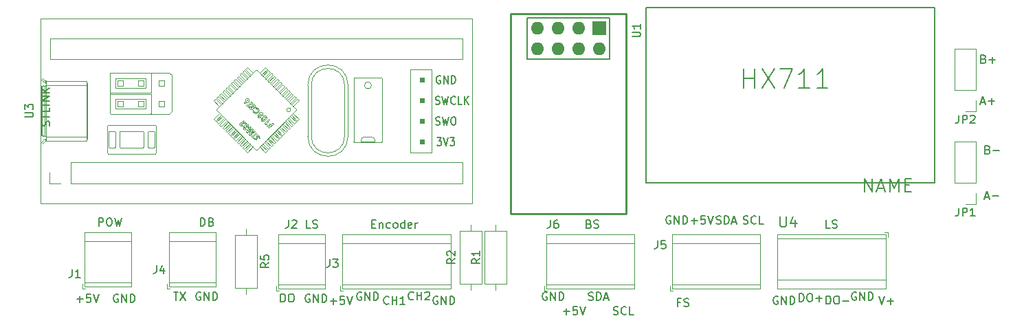
<source format=gbr>
G04 #@! TF.GenerationSoftware,KiCad,Pcbnew,7.0.2-6a45011f42~172~ubuntu22.04.1*
G04 #@! TF.CreationDate,2023-05-11T11:42:15-04:00*
G04 #@! TF.ProjectId,PCB_Design,5043425f-4465-4736-9967-6e2e6b696361,rev?*
G04 #@! TF.SameCoordinates,Original*
G04 #@! TF.FileFunction,Legend,Top*
G04 #@! TF.FilePolarity,Positive*
%FSLAX46Y46*%
G04 Gerber Fmt 4.6, Leading zero omitted, Abs format (unit mm)*
G04 Created by KiCad (PCBNEW 7.0.2-6a45011f42~172~ubuntu22.04.1) date 2023-05-11 11:42:15*
%MOMM*%
%LPD*%
G01*
G04 APERTURE LIST*
%ADD10C,0.150000*%
%ADD11C,0.203200*%
%ADD12C,0.142240*%
%ADD13C,0.120000*%
%ADD14C,0.254000*%
%ADD15C,0.152400*%
%ADD16C,0.100000*%
%ADD17C,0.127000*%
%ADD18R,1.727200X1.727200*%
%ADD19O,1.600000X1.600000*%
G04 APERTURE END LIST*
D10*
X164901714Y-95157000D02*
X165044571Y-95204619D01*
X165044571Y-95204619D02*
X165282666Y-95204619D01*
X165282666Y-95204619D02*
X165377904Y-95157000D01*
X165377904Y-95157000D02*
X165425523Y-95109380D01*
X165425523Y-95109380D02*
X165473142Y-95014142D01*
X165473142Y-95014142D02*
X165473142Y-94918904D01*
X165473142Y-94918904D02*
X165425523Y-94823666D01*
X165425523Y-94823666D02*
X165377904Y-94776047D01*
X165377904Y-94776047D02*
X165282666Y-94728428D01*
X165282666Y-94728428D02*
X165092190Y-94680809D01*
X165092190Y-94680809D02*
X164996952Y-94633190D01*
X164996952Y-94633190D02*
X164949333Y-94585571D01*
X164949333Y-94585571D02*
X164901714Y-94490333D01*
X164901714Y-94490333D02*
X164901714Y-94395095D01*
X164901714Y-94395095D02*
X164949333Y-94299857D01*
X164949333Y-94299857D02*
X164996952Y-94252238D01*
X164996952Y-94252238D02*
X165092190Y-94204619D01*
X165092190Y-94204619D02*
X165330285Y-94204619D01*
X165330285Y-94204619D02*
X165473142Y-94252238D01*
X165901714Y-95204619D02*
X165901714Y-94204619D01*
X165901714Y-94204619D02*
X166139809Y-94204619D01*
X166139809Y-94204619D02*
X166282666Y-94252238D01*
X166282666Y-94252238D02*
X166377904Y-94347476D01*
X166377904Y-94347476D02*
X166425523Y-94442714D01*
X166425523Y-94442714D02*
X166473142Y-94633190D01*
X166473142Y-94633190D02*
X166473142Y-94776047D01*
X166473142Y-94776047D02*
X166425523Y-94966523D01*
X166425523Y-94966523D02*
X166377904Y-95061761D01*
X166377904Y-95061761D02*
X166282666Y-95157000D01*
X166282666Y-95157000D02*
X166139809Y-95204619D01*
X166139809Y-95204619D02*
X165901714Y-95204619D01*
X166854095Y-94918904D02*
X167330285Y-94918904D01*
X166758857Y-95204619D02*
X167092190Y-94204619D01*
X167092190Y-94204619D02*
X167425523Y-95204619D01*
X168227524Y-95157000D02*
X168370381Y-95204619D01*
X168370381Y-95204619D02*
X168608476Y-95204619D01*
X168608476Y-95204619D02*
X168703714Y-95157000D01*
X168703714Y-95157000D02*
X168751333Y-95109380D01*
X168751333Y-95109380D02*
X168798952Y-95014142D01*
X168798952Y-95014142D02*
X168798952Y-94918904D01*
X168798952Y-94918904D02*
X168751333Y-94823666D01*
X168751333Y-94823666D02*
X168703714Y-94776047D01*
X168703714Y-94776047D02*
X168608476Y-94728428D01*
X168608476Y-94728428D02*
X168418000Y-94680809D01*
X168418000Y-94680809D02*
X168322762Y-94633190D01*
X168322762Y-94633190D02*
X168275143Y-94585571D01*
X168275143Y-94585571D02*
X168227524Y-94490333D01*
X168227524Y-94490333D02*
X168227524Y-94395095D01*
X168227524Y-94395095D02*
X168275143Y-94299857D01*
X168275143Y-94299857D02*
X168322762Y-94252238D01*
X168322762Y-94252238D02*
X168418000Y-94204619D01*
X168418000Y-94204619D02*
X168656095Y-94204619D01*
X168656095Y-94204619D02*
X168798952Y-94252238D01*
X169798952Y-95109380D02*
X169751333Y-95157000D01*
X169751333Y-95157000D02*
X169608476Y-95204619D01*
X169608476Y-95204619D02*
X169513238Y-95204619D01*
X169513238Y-95204619D02*
X169370381Y-95157000D01*
X169370381Y-95157000D02*
X169275143Y-95061761D01*
X169275143Y-95061761D02*
X169227524Y-94966523D01*
X169227524Y-94966523D02*
X169179905Y-94776047D01*
X169179905Y-94776047D02*
X169179905Y-94633190D01*
X169179905Y-94633190D02*
X169227524Y-94442714D01*
X169227524Y-94442714D02*
X169275143Y-94347476D01*
X169275143Y-94347476D02*
X169370381Y-94252238D01*
X169370381Y-94252238D02*
X169513238Y-94204619D01*
X169513238Y-94204619D02*
X169608476Y-94204619D01*
X169608476Y-94204619D02*
X169751333Y-94252238D01*
X169751333Y-94252238D02*
X169798952Y-94299857D01*
X170703714Y-95204619D02*
X170227524Y-95204619D01*
X170227524Y-95204619D02*
X170227524Y-94204619D01*
X182118095Y-103650238D02*
X182022857Y-103602619D01*
X182022857Y-103602619D02*
X181880000Y-103602619D01*
X181880000Y-103602619D02*
X181737143Y-103650238D01*
X181737143Y-103650238D02*
X181641905Y-103745476D01*
X181641905Y-103745476D02*
X181594286Y-103840714D01*
X181594286Y-103840714D02*
X181546667Y-104031190D01*
X181546667Y-104031190D02*
X181546667Y-104174047D01*
X181546667Y-104174047D02*
X181594286Y-104364523D01*
X181594286Y-104364523D02*
X181641905Y-104459761D01*
X181641905Y-104459761D02*
X181737143Y-104555000D01*
X181737143Y-104555000D02*
X181880000Y-104602619D01*
X181880000Y-104602619D02*
X181975238Y-104602619D01*
X181975238Y-104602619D02*
X182118095Y-104555000D01*
X182118095Y-104555000D02*
X182165714Y-104507380D01*
X182165714Y-104507380D02*
X182165714Y-104174047D01*
X182165714Y-104174047D02*
X181975238Y-104174047D01*
X182594286Y-104602619D02*
X182594286Y-103602619D01*
X182594286Y-103602619D02*
X183165714Y-104602619D01*
X183165714Y-104602619D02*
X183165714Y-103602619D01*
X183641905Y-104602619D02*
X183641905Y-103602619D01*
X183641905Y-103602619D02*
X183880000Y-103602619D01*
X183880000Y-103602619D02*
X184022857Y-103650238D01*
X184022857Y-103650238D02*
X184118095Y-103745476D01*
X184118095Y-103745476D02*
X184165714Y-103840714D01*
X184165714Y-103840714D02*
X184213333Y-104031190D01*
X184213333Y-104031190D02*
X184213333Y-104174047D01*
X184213333Y-104174047D02*
X184165714Y-104364523D01*
X184165714Y-104364523D02*
X184118095Y-104459761D01*
X184118095Y-104459761D02*
X184022857Y-104555000D01*
X184022857Y-104555000D02*
X183880000Y-104602619D01*
X183880000Y-104602619D02*
X183641905Y-104602619D01*
X86090286Y-104475666D02*
X86852191Y-104475666D01*
X86471238Y-104856619D02*
X86471238Y-104094714D01*
X87804571Y-103856619D02*
X87328381Y-103856619D01*
X87328381Y-103856619D02*
X87280762Y-104332809D01*
X87280762Y-104332809D02*
X87328381Y-104285190D01*
X87328381Y-104285190D02*
X87423619Y-104237571D01*
X87423619Y-104237571D02*
X87661714Y-104237571D01*
X87661714Y-104237571D02*
X87756952Y-104285190D01*
X87756952Y-104285190D02*
X87804571Y-104332809D01*
X87804571Y-104332809D02*
X87852190Y-104428047D01*
X87852190Y-104428047D02*
X87852190Y-104666142D01*
X87852190Y-104666142D02*
X87804571Y-104761380D01*
X87804571Y-104761380D02*
X87756952Y-104809000D01*
X87756952Y-104809000D02*
X87661714Y-104856619D01*
X87661714Y-104856619D02*
X87423619Y-104856619D01*
X87423619Y-104856619D02*
X87328381Y-104809000D01*
X87328381Y-104809000D02*
X87280762Y-104761380D01*
X88137905Y-103856619D02*
X88471238Y-104856619D01*
X88471238Y-104856619D02*
X88804571Y-103856619D01*
X111228286Y-104808619D02*
X111228286Y-103808619D01*
X111228286Y-103808619D02*
X111466381Y-103808619D01*
X111466381Y-103808619D02*
X111609238Y-103856238D01*
X111609238Y-103856238D02*
X111704476Y-103951476D01*
X111704476Y-103951476D02*
X111752095Y-104046714D01*
X111752095Y-104046714D02*
X111799714Y-104237190D01*
X111799714Y-104237190D02*
X111799714Y-104380047D01*
X111799714Y-104380047D02*
X111752095Y-104570523D01*
X111752095Y-104570523D02*
X111704476Y-104665761D01*
X111704476Y-104665761D02*
X111609238Y-104761000D01*
X111609238Y-104761000D02*
X111466381Y-104808619D01*
X111466381Y-104808619D02*
X111228286Y-104808619D01*
X112418762Y-103808619D02*
X112609238Y-103808619D01*
X112609238Y-103808619D02*
X112704476Y-103856238D01*
X112704476Y-103856238D02*
X112799714Y-103951476D01*
X112799714Y-103951476D02*
X112847333Y-104141952D01*
X112847333Y-104141952D02*
X112847333Y-104475285D01*
X112847333Y-104475285D02*
X112799714Y-104665761D01*
X112799714Y-104665761D02*
X112704476Y-104761000D01*
X112704476Y-104761000D02*
X112609238Y-104808619D01*
X112609238Y-104808619D02*
X112418762Y-104808619D01*
X112418762Y-104808619D02*
X112323524Y-104761000D01*
X112323524Y-104761000D02*
X112228286Y-104665761D01*
X112228286Y-104665761D02*
X112180667Y-104475285D01*
X112180667Y-104475285D02*
X112180667Y-104141952D01*
X112180667Y-104141952D02*
X112228286Y-103951476D01*
X112228286Y-103951476D02*
X112323524Y-103856238D01*
X112323524Y-103856238D02*
X112418762Y-103808619D01*
X121158095Y-103650238D02*
X121062857Y-103602619D01*
X121062857Y-103602619D02*
X120920000Y-103602619D01*
X120920000Y-103602619D02*
X120777143Y-103650238D01*
X120777143Y-103650238D02*
X120681905Y-103745476D01*
X120681905Y-103745476D02*
X120634286Y-103840714D01*
X120634286Y-103840714D02*
X120586667Y-104031190D01*
X120586667Y-104031190D02*
X120586667Y-104174047D01*
X120586667Y-104174047D02*
X120634286Y-104364523D01*
X120634286Y-104364523D02*
X120681905Y-104459761D01*
X120681905Y-104459761D02*
X120777143Y-104555000D01*
X120777143Y-104555000D02*
X120920000Y-104602619D01*
X120920000Y-104602619D02*
X121015238Y-104602619D01*
X121015238Y-104602619D02*
X121158095Y-104555000D01*
X121158095Y-104555000D02*
X121205714Y-104507380D01*
X121205714Y-104507380D02*
X121205714Y-104174047D01*
X121205714Y-104174047D02*
X121015238Y-104174047D01*
X121634286Y-104602619D02*
X121634286Y-103602619D01*
X121634286Y-103602619D02*
X122205714Y-104602619D01*
X122205714Y-104602619D02*
X122205714Y-103602619D01*
X122681905Y-104602619D02*
X122681905Y-103602619D01*
X122681905Y-103602619D02*
X122920000Y-103602619D01*
X122920000Y-103602619D02*
X123062857Y-103650238D01*
X123062857Y-103650238D02*
X123158095Y-103745476D01*
X123158095Y-103745476D02*
X123205714Y-103840714D01*
X123205714Y-103840714D02*
X123253333Y-104031190D01*
X123253333Y-104031190D02*
X123253333Y-104174047D01*
X123253333Y-104174047D02*
X123205714Y-104364523D01*
X123205714Y-104364523D02*
X123158095Y-104459761D01*
X123158095Y-104459761D02*
X123062857Y-104555000D01*
X123062857Y-104555000D02*
X122920000Y-104602619D01*
X122920000Y-104602619D02*
X122681905Y-104602619D01*
X178903333Y-95712619D02*
X178427143Y-95712619D01*
X178427143Y-95712619D02*
X178427143Y-94712619D01*
X179189048Y-95665000D02*
X179331905Y-95712619D01*
X179331905Y-95712619D02*
X179570000Y-95712619D01*
X179570000Y-95712619D02*
X179665238Y-95665000D01*
X179665238Y-95665000D02*
X179712857Y-95617380D01*
X179712857Y-95617380D02*
X179760476Y-95522142D01*
X179760476Y-95522142D02*
X179760476Y-95426904D01*
X179760476Y-95426904D02*
X179712857Y-95331666D01*
X179712857Y-95331666D02*
X179665238Y-95284047D01*
X179665238Y-95284047D02*
X179570000Y-95236428D01*
X179570000Y-95236428D02*
X179379524Y-95188809D01*
X179379524Y-95188809D02*
X179284286Y-95141190D01*
X179284286Y-95141190D02*
X179236667Y-95093571D01*
X179236667Y-95093571D02*
X179189048Y-94998333D01*
X179189048Y-94998333D02*
X179189048Y-94903095D01*
X179189048Y-94903095D02*
X179236667Y-94807857D01*
X179236667Y-94807857D02*
X179284286Y-94760238D01*
X179284286Y-94760238D02*
X179379524Y-94712619D01*
X179379524Y-94712619D02*
X179617619Y-94712619D01*
X179617619Y-94712619D02*
X179760476Y-94760238D01*
X172466095Y-104158238D02*
X172370857Y-104110619D01*
X172370857Y-104110619D02*
X172228000Y-104110619D01*
X172228000Y-104110619D02*
X172085143Y-104158238D01*
X172085143Y-104158238D02*
X171989905Y-104253476D01*
X171989905Y-104253476D02*
X171942286Y-104348714D01*
X171942286Y-104348714D02*
X171894667Y-104539190D01*
X171894667Y-104539190D02*
X171894667Y-104682047D01*
X171894667Y-104682047D02*
X171942286Y-104872523D01*
X171942286Y-104872523D02*
X171989905Y-104967761D01*
X171989905Y-104967761D02*
X172085143Y-105063000D01*
X172085143Y-105063000D02*
X172228000Y-105110619D01*
X172228000Y-105110619D02*
X172323238Y-105110619D01*
X172323238Y-105110619D02*
X172466095Y-105063000D01*
X172466095Y-105063000D02*
X172513714Y-105015380D01*
X172513714Y-105015380D02*
X172513714Y-104682047D01*
X172513714Y-104682047D02*
X172323238Y-104682047D01*
X172942286Y-105110619D02*
X172942286Y-104110619D01*
X172942286Y-104110619D02*
X173513714Y-105110619D01*
X173513714Y-105110619D02*
X173513714Y-104110619D01*
X173989905Y-105110619D02*
X173989905Y-104110619D01*
X173989905Y-104110619D02*
X174228000Y-104110619D01*
X174228000Y-104110619D02*
X174370857Y-104158238D01*
X174370857Y-104158238D02*
X174466095Y-104253476D01*
X174466095Y-104253476D02*
X174513714Y-104348714D01*
X174513714Y-104348714D02*
X174561333Y-104539190D01*
X174561333Y-104539190D02*
X174561333Y-104682047D01*
X174561333Y-104682047D02*
X174513714Y-104872523D01*
X174513714Y-104872523D02*
X174466095Y-104967761D01*
X174466095Y-104967761D02*
X174370857Y-105063000D01*
X174370857Y-105063000D02*
X174228000Y-105110619D01*
X174228000Y-105110619D02*
X173989905Y-105110619D01*
X88812857Y-95458619D02*
X88812857Y-94458619D01*
X88812857Y-94458619D02*
X89193809Y-94458619D01*
X89193809Y-94458619D02*
X89289047Y-94506238D01*
X89289047Y-94506238D02*
X89336666Y-94553857D01*
X89336666Y-94553857D02*
X89384285Y-94649095D01*
X89384285Y-94649095D02*
X89384285Y-94791952D01*
X89384285Y-94791952D02*
X89336666Y-94887190D01*
X89336666Y-94887190D02*
X89289047Y-94934809D01*
X89289047Y-94934809D02*
X89193809Y-94982428D01*
X89193809Y-94982428D02*
X88812857Y-94982428D01*
X90003333Y-94458619D02*
X90193809Y-94458619D01*
X90193809Y-94458619D02*
X90289047Y-94506238D01*
X90289047Y-94506238D02*
X90384285Y-94601476D01*
X90384285Y-94601476D02*
X90431904Y-94791952D01*
X90431904Y-94791952D02*
X90431904Y-95125285D01*
X90431904Y-95125285D02*
X90384285Y-95315761D01*
X90384285Y-95315761D02*
X90289047Y-95411000D01*
X90289047Y-95411000D02*
X90193809Y-95458619D01*
X90193809Y-95458619D02*
X90003333Y-95458619D01*
X90003333Y-95458619D02*
X89908095Y-95411000D01*
X89908095Y-95411000D02*
X89812857Y-95315761D01*
X89812857Y-95315761D02*
X89765238Y-95125285D01*
X89765238Y-95125285D02*
X89765238Y-94791952D01*
X89765238Y-94791952D02*
X89812857Y-94601476D01*
X89812857Y-94601476D02*
X89908095Y-94506238D01*
X89908095Y-94506238D02*
X90003333Y-94458619D01*
X90765238Y-94458619D02*
X91003333Y-95458619D01*
X91003333Y-95458619D02*
X91193809Y-94744333D01*
X91193809Y-94744333D02*
X91384285Y-95458619D01*
X91384285Y-95458619D02*
X91622381Y-94458619D01*
X146034286Y-105999666D02*
X146796191Y-105999666D01*
X146415238Y-106380619D02*
X146415238Y-105618714D01*
X147748571Y-105380619D02*
X147272381Y-105380619D01*
X147272381Y-105380619D02*
X147224762Y-105856809D01*
X147224762Y-105856809D02*
X147272381Y-105809190D01*
X147272381Y-105809190D02*
X147367619Y-105761571D01*
X147367619Y-105761571D02*
X147605714Y-105761571D01*
X147605714Y-105761571D02*
X147700952Y-105809190D01*
X147700952Y-105809190D02*
X147748571Y-105856809D01*
X147748571Y-105856809D02*
X147796190Y-105952047D01*
X147796190Y-105952047D02*
X147796190Y-106190142D01*
X147796190Y-106190142D02*
X147748571Y-106285380D01*
X147748571Y-106285380D02*
X147700952Y-106333000D01*
X147700952Y-106333000D02*
X147605714Y-106380619D01*
X147605714Y-106380619D02*
X147367619Y-106380619D01*
X147367619Y-106380619D02*
X147272381Y-106333000D01*
X147272381Y-106333000D02*
X147224762Y-106285380D01*
X148081905Y-105380619D02*
X148415238Y-106380619D01*
X148415238Y-106380619D02*
X148748571Y-105380619D01*
X198334381Y-86044809D02*
X198477238Y-86092428D01*
X198477238Y-86092428D02*
X198524857Y-86140047D01*
X198524857Y-86140047D02*
X198572476Y-86235285D01*
X198572476Y-86235285D02*
X198572476Y-86378142D01*
X198572476Y-86378142D02*
X198524857Y-86473380D01*
X198524857Y-86473380D02*
X198477238Y-86521000D01*
X198477238Y-86521000D02*
X198382000Y-86568619D01*
X198382000Y-86568619D02*
X198001048Y-86568619D01*
X198001048Y-86568619D02*
X198001048Y-85568619D01*
X198001048Y-85568619D02*
X198334381Y-85568619D01*
X198334381Y-85568619D02*
X198429619Y-85616238D01*
X198429619Y-85616238D02*
X198477238Y-85663857D01*
X198477238Y-85663857D02*
X198524857Y-85759095D01*
X198524857Y-85759095D02*
X198524857Y-85854333D01*
X198524857Y-85854333D02*
X198477238Y-85949571D01*
X198477238Y-85949571D02*
X198429619Y-85997190D01*
X198429619Y-85997190D02*
X198334381Y-86044809D01*
X198334381Y-86044809D02*
X198001048Y-86044809D01*
X199001048Y-86187666D02*
X199762953Y-86187666D01*
X184975619Y-104110619D02*
X185308952Y-105110619D01*
X185308952Y-105110619D02*
X185642285Y-104110619D01*
X185975619Y-104729666D02*
X186737524Y-104729666D01*
X186356571Y-105110619D02*
X186356571Y-104348714D01*
X122483904Y-95188809D02*
X122817237Y-95188809D01*
X122960094Y-95712619D02*
X122483904Y-95712619D01*
X122483904Y-95712619D02*
X122483904Y-94712619D01*
X122483904Y-94712619D02*
X122960094Y-94712619D01*
X123388666Y-95045952D02*
X123388666Y-95712619D01*
X123388666Y-95141190D02*
X123436285Y-95093571D01*
X123436285Y-95093571D02*
X123531523Y-95045952D01*
X123531523Y-95045952D02*
X123674380Y-95045952D01*
X123674380Y-95045952D02*
X123769618Y-95093571D01*
X123769618Y-95093571D02*
X123817237Y-95188809D01*
X123817237Y-95188809D02*
X123817237Y-95712619D01*
X124721999Y-95665000D02*
X124626761Y-95712619D01*
X124626761Y-95712619D02*
X124436285Y-95712619D01*
X124436285Y-95712619D02*
X124341047Y-95665000D01*
X124341047Y-95665000D02*
X124293428Y-95617380D01*
X124293428Y-95617380D02*
X124245809Y-95522142D01*
X124245809Y-95522142D02*
X124245809Y-95236428D01*
X124245809Y-95236428D02*
X124293428Y-95141190D01*
X124293428Y-95141190D02*
X124341047Y-95093571D01*
X124341047Y-95093571D02*
X124436285Y-95045952D01*
X124436285Y-95045952D02*
X124626761Y-95045952D01*
X124626761Y-95045952D02*
X124721999Y-95093571D01*
X125293428Y-95712619D02*
X125198190Y-95665000D01*
X125198190Y-95665000D02*
X125150571Y-95617380D01*
X125150571Y-95617380D02*
X125102952Y-95522142D01*
X125102952Y-95522142D02*
X125102952Y-95236428D01*
X125102952Y-95236428D02*
X125150571Y-95141190D01*
X125150571Y-95141190D02*
X125198190Y-95093571D01*
X125198190Y-95093571D02*
X125293428Y-95045952D01*
X125293428Y-95045952D02*
X125436285Y-95045952D01*
X125436285Y-95045952D02*
X125531523Y-95093571D01*
X125531523Y-95093571D02*
X125579142Y-95141190D01*
X125579142Y-95141190D02*
X125626761Y-95236428D01*
X125626761Y-95236428D02*
X125626761Y-95522142D01*
X125626761Y-95522142D02*
X125579142Y-95617380D01*
X125579142Y-95617380D02*
X125531523Y-95665000D01*
X125531523Y-95665000D02*
X125436285Y-95712619D01*
X125436285Y-95712619D02*
X125293428Y-95712619D01*
X126483904Y-95712619D02*
X126483904Y-94712619D01*
X126483904Y-95665000D02*
X126388666Y-95712619D01*
X126388666Y-95712619D02*
X126198190Y-95712619D01*
X126198190Y-95712619D02*
X126102952Y-95665000D01*
X126102952Y-95665000D02*
X126055333Y-95617380D01*
X126055333Y-95617380D02*
X126007714Y-95522142D01*
X126007714Y-95522142D02*
X126007714Y-95236428D01*
X126007714Y-95236428D02*
X126055333Y-95141190D01*
X126055333Y-95141190D02*
X126102952Y-95093571D01*
X126102952Y-95093571D02*
X126198190Y-95045952D01*
X126198190Y-95045952D02*
X126388666Y-95045952D01*
X126388666Y-95045952D02*
X126483904Y-95093571D01*
X127341047Y-95665000D02*
X127245809Y-95712619D01*
X127245809Y-95712619D02*
X127055333Y-95712619D01*
X127055333Y-95712619D02*
X126960095Y-95665000D01*
X126960095Y-95665000D02*
X126912476Y-95569761D01*
X126912476Y-95569761D02*
X126912476Y-95188809D01*
X126912476Y-95188809D02*
X126960095Y-95093571D01*
X126960095Y-95093571D02*
X127055333Y-95045952D01*
X127055333Y-95045952D02*
X127245809Y-95045952D01*
X127245809Y-95045952D02*
X127341047Y-95093571D01*
X127341047Y-95093571D02*
X127388666Y-95188809D01*
X127388666Y-95188809D02*
X127388666Y-95284047D01*
X127388666Y-95284047D02*
X126912476Y-95379285D01*
X127817238Y-95712619D02*
X127817238Y-95045952D01*
X127817238Y-95236428D02*
X127864857Y-95141190D01*
X127864857Y-95141190D02*
X127912476Y-95093571D01*
X127912476Y-95093571D02*
X128007714Y-95045952D01*
X128007714Y-95045952D02*
X128102952Y-95045952D01*
X114895333Y-95712619D02*
X114419143Y-95712619D01*
X114419143Y-95712619D02*
X114419143Y-94712619D01*
X115181048Y-95665000D02*
X115323905Y-95712619D01*
X115323905Y-95712619D02*
X115562000Y-95712619D01*
X115562000Y-95712619D02*
X115657238Y-95665000D01*
X115657238Y-95665000D02*
X115704857Y-95617380D01*
X115704857Y-95617380D02*
X115752476Y-95522142D01*
X115752476Y-95522142D02*
X115752476Y-95426904D01*
X115752476Y-95426904D02*
X115704857Y-95331666D01*
X115704857Y-95331666D02*
X115657238Y-95284047D01*
X115657238Y-95284047D02*
X115562000Y-95236428D01*
X115562000Y-95236428D02*
X115371524Y-95188809D01*
X115371524Y-95188809D02*
X115276286Y-95141190D01*
X115276286Y-95141190D02*
X115228667Y-95093571D01*
X115228667Y-95093571D02*
X115181048Y-94998333D01*
X115181048Y-94998333D02*
X115181048Y-94903095D01*
X115181048Y-94903095D02*
X115228667Y-94807857D01*
X115228667Y-94807857D02*
X115276286Y-94760238D01*
X115276286Y-94760238D02*
X115371524Y-94712619D01*
X115371524Y-94712619D02*
X115609619Y-94712619D01*
X115609619Y-94712619D02*
X115752476Y-94760238D01*
X149201238Y-95188809D02*
X149344095Y-95236428D01*
X149344095Y-95236428D02*
X149391714Y-95284047D01*
X149391714Y-95284047D02*
X149439333Y-95379285D01*
X149439333Y-95379285D02*
X149439333Y-95522142D01*
X149439333Y-95522142D02*
X149391714Y-95617380D01*
X149391714Y-95617380D02*
X149344095Y-95665000D01*
X149344095Y-95665000D02*
X149248857Y-95712619D01*
X149248857Y-95712619D02*
X148867905Y-95712619D01*
X148867905Y-95712619D02*
X148867905Y-94712619D01*
X148867905Y-94712619D02*
X149201238Y-94712619D01*
X149201238Y-94712619D02*
X149296476Y-94760238D01*
X149296476Y-94760238D02*
X149344095Y-94807857D01*
X149344095Y-94807857D02*
X149391714Y-94903095D01*
X149391714Y-94903095D02*
X149391714Y-94998333D01*
X149391714Y-94998333D02*
X149344095Y-95093571D01*
X149344095Y-95093571D02*
X149296476Y-95141190D01*
X149296476Y-95141190D02*
X149201238Y-95188809D01*
X149201238Y-95188809D02*
X148867905Y-95188809D01*
X149820286Y-95665000D02*
X149963143Y-95712619D01*
X149963143Y-95712619D02*
X150201238Y-95712619D01*
X150201238Y-95712619D02*
X150296476Y-95665000D01*
X150296476Y-95665000D02*
X150344095Y-95617380D01*
X150344095Y-95617380D02*
X150391714Y-95522142D01*
X150391714Y-95522142D02*
X150391714Y-95426904D01*
X150391714Y-95426904D02*
X150344095Y-95331666D01*
X150344095Y-95331666D02*
X150296476Y-95284047D01*
X150296476Y-95284047D02*
X150201238Y-95236428D01*
X150201238Y-95236428D02*
X150010762Y-95188809D01*
X150010762Y-95188809D02*
X149915524Y-95141190D01*
X149915524Y-95141190D02*
X149867905Y-95093571D01*
X149867905Y-95093571D02*
X149820286Y-94998333D01*
X149820286Y-94998333D02*
X149820286Y-94903095D01*
X149820286Y-94903095D02*
X149867905Y-94807857D01*
X149867905Y-94807857D02*
X149915524Y-94760238D01*
X149915524Y-94760238D02*
X150010762Y-94712619D01*
X150010762Y-94712619D02*
X150248857Y-94712619D01*
X150248857Y-94712619D02*
X150391714Y-94760238D01*
X198024857Y-91870904D02*
X198501047Y-91870904D01*
X197929619Y-92156619D02*
X198262952Y-91156619D01*
X198262952Y-91156619D02*
X198596285Y-92156619D01*
X198929619Y-91775666D02*
X199691524Y-91775666D01*
X160448666Y-104840809D02*
X160115333Y-104840809D01*
X160115333Y-105364619D02*
X160115333Y-104364619D01*
X160115333Y-104364619D02*
X160591523Y-104364619D01*
X160924857Y-105317000D02*
X161067714Y-105364619D01*
X161067714Y-105364619D02*
X161305809Y-105364619D01*
X161305809Y-105364619D02*
X161401047Y-105317000D01*
X161401047Y-105317000D02*
X161448666Y-105269380D01*
X161448666Y-105269380D02*
X161496285Y-105174142D01*
X161496285Y-105174142D02*
X161496285Y-105078904D01*
X161496285Y-105078904D02*
X161448666Y-104983666D01*
X161448666Y-104983666D02*
X161401047Y-104936047D01*
X161401047Y-104936047D02*
X161305809Y-104888428D01*
X161305809Y-104888428D02*
X161115333Y-104840809D01*
X161115333Y-104840809D02*
X161020095Y-104793190D01*
X161020095Y-104793190D02*
X160972476Y-104745571D01*
X160972476Y-104745571D02*
X160924857Y-104650333D01*
X160924857Y-104650333D02*
X160924857Y-104555095D01*
X160924857Y-104555095D02*
X160972476Y-104459857D01*
X160972476Y-104459857D02*
X161020095Y-104412238D01*
X161020095Y-104412238D02*
X161115333Y-104364619D01*
X161115333Y-104364619D02*
X161353428Y-104364619D01*
X161353428Y-104364619D02*
X161496285Y-104412238D01*
X127579523Y-104459380D02*
X127531904Y-104507000D01*
X127531904Y-104507000D02*
X127389047Y-104554619D01*
X127389047Y-104554619D02*
X127293809Y-104554619D01*
X127293809Y-104554619D02*
X127150952Y-104507000D01*
X127150952Y-104507000D02*
X127055714Y-104411761D01*
X127055714Y-104411761D02*
X127008095Y-104316523D01*
X127008095Y-104316523D02*
X126960476Y-104126047D01*
X126960476Y-104126047D02*
X126960476Y-103983190D01*
X126960476Y-103983190D02*
X127008095Y-103792714D01*
X127008095Y-103792714D02*
X127055714Y-103697476D01*
X127055714Y-103697476D02*
X127150952Y-103602238D01*
X127150952Y-103602238D02*
X127293809Y-103554619D01*
X127293809Y-103554619D02*
X127389047Y-103554619D01*
X127389047Y-103554619D02*
X127531904Y-103602238D01*
X127531904Y-103602238D02*
X127579523Y-103649857D01*
X128008095Y-104554619D02*
X128008095Y-103554619D01*
X128008095Y-104030809D02*
X128579523Y-104030809D01*
X128579523Y-104554619D02*
X128579523Y-103554619D01*
X129008095Y-103649857D02*
X129055714Y-103602238D01*
X129055714Y-103602238D02*
X129150952Y-103554619D01*
X129150952Y-103554619D02*
X129389047Y-103554619D01*
X129389047Y-103554619D02*
X129484285Y-103602238D01*
X129484285Y-103602238D02*
X129531904Y-103649857D01*
X129531904Y-103649857D02*
X129579523Y-103745095D01*
X129579523Y-103745095D02*
X129579523Y-103840333D01*
X129579523Y-103840333D02*
X129531904Y-103983190D01*
X129531904Y-103983190D02*
X128960476Y-104554619D01*
X128960476Y-104554619D02*
X129579523Y-104554619D01*
X98044095Y-103602619D02*
X98615523Y-103602619D01*
X98329809Y-104602619D02*
X98329809Y-103602619D01*
X98853619Y-103602619D02*
X99520285Y-104602619D01*
X99520285Y-103602619D02*
X98853619Y-104602619D01*
X144018095Y-103650238D02*
X143922857Y-103602619D01*
X143922857Y-103602619D02*
X143780000Y-103602619D01*
X143780000Y-103602619D02*
X143637143Y-103650238D01*
X143637143Y-103650238D02*
X143541905Y-103745476D01*
X143541905Y-103745476D02*
X143494286Y-103840714D01*
X143494286Y-103840714D02*
X143446667Y-104031190D01*
X143446667Y-104031190D02*
X143446667Y-104174047D01*
X143446667Y-104174047D02*
X143494286Y-104364523D01*
X143494286Y-104364523D02*
X143541905Y-104459761D01*
X143541905Y-104459761D02*
X143637143Y-104555000D01*
X143637143Y-104555000D02*
X143780000Y-104602619D01*
X143780000Y-104602619D02*
X143875238Y-104602619D01*
X143875238Y-104602619D02*
X144018095Y-104555000D01*
X144018095Y-104555000D02*
X144065714Y-104507380D01*
X144065714Y-104507380D02*
X144065714Y-104174047D01*
X144065714Y-104174047D02*
X143875238Y-104174047D01*
X144494286Y-104602619D02*
X144494286Y-103602619D01*
X144494286Y-103602619D02*
X145065714Y-104602619D01*
X145065714Y-104602619D02*
X145065714Y-103602619D01*
X145541905Y-104602619D02*
X145541905Y-103602619D01*
X145541905Y-103602619D02*
X145780000Y-103602619D01*
X145780000Y-103602619D02*
X145922857Y-103650238D01*
X145922857Y-103650238D02*
X146018095Y-103745476D01*
X146018095Y-103745476D02*
X146065714Y-103840714D01*
X146065714Y-103840714D02*
X146113333Y-104031190D01*
X146113333Y-104031190D02*
X146113333Y-104174047D01*
X146113333Y-104174047D02*
X146065714Y-104364523D01*
X146065714Y-104364523D02*
X146018095Y-104459761D01*
X146018095Y-104459761D02*
X145922857Y-104555000D01*
X145922857Y-104555000D02*
X145780000Y-104602619D01*
X145780000Y-104602619D02*
X145541905Y-104602619D01*
X101346095Y-103650238D02*
X101250857Y-103602619D01*
X101250857Y-103602619D02*
X101108000Y-103602619D01*
X101108000Y-103602619D02*
X100965143Y-103650238D01*
X100965143Y-103650238D02*
X100869905Y-103745476D01*
X100869905Y-103745476D02*
X100822286Y-103840714D01*
X100822286Y-103840714D02*
X100774667Y-104031190D01*
X100774667Y-104031190D02*
X100774667Y-104174047D01*
X100774667Y-104174047D02*
X100822286Y-104364523D01*
X100822286Y-104364523D02*
X100869905Y-104459761D01*
X100869905Y-104459761D02*
X100965143Y-104555000D01*
X100965143Y-104555000D02*
X101108000Y-104602619D01*
X101108000Y-104602619D02*
X101203238Y-104602619D01*
X101203238Y-104602619D02*
X101346095Y-104555000D01*
X101346095Y-104555000D02*
X101393714Y-104507380D01*
X101393714Y-104507380D02*
X101393714Y-104174047D01*
X101393714Y-104174047D02*
X101203238Y-104174047D01*
X101822286Y-104602619D02*
X101822286Y-103602619D01*
X101822286Y-103602619D02*
X102393714Y-104602619D01*
X102393714Y-104602619D02*
X102393714Y-103602619D01*
X102869905Y-104602619D02*
X102869905Y-103602619D01*
X102869905Y-103602619D02*
X103108000Y-103602619D01*
X103108000Y-103602619D02*
X103250857Y-103650238D01*
X103250857Y-103650238D02*
X103346095Y-103745476D01*
X103346095Y-103745476D02*
X103393714Y-103840714D01*
X103393714Y-103840714D02*
X103441333Y-104031190D01*
X103441333Y-104031190D02*
X103441333Y-104174047D01*
X103441333Y-104174047D02*
X103393714Y-104364523D01*
X103393714Y-104364523D02*
X103346095Y-104459761D01*
X103346095Y-104459761D02*
X103250857Y-104555000D01*
X103250857Y-104555000D02*
X103108000Y-104602619D01*
X103108000Y-104602619D02*
X102869905Y-104602619D01*
X114808095Y-103904238D02*
X114712857Y-103856619D01*
X114712857Y-103856619D02*
X114570000Y-103856619D01*
X114570000Y-103856619D02*
X114427143Y-103904238D01*
X114427143Y-103904238D02*
X114331905Y-103999476D01*
X114331905Y-103999476D02*
X114284286Y-104094714D01*
X114284286Y-104094714D02*
X114236667Y-104285190D01*
X114236667Y-104285190D02*
X114236667Y-104428047D01*
X114236667Y-104428047D02*
X114284286Y-104618523D01*
X114284286Y-104618523D02*
X114331905Y-104713761D01*
X114331905Y-104713761D02*
X114427143Y-104809000D01*
X114427143Y-104809000D02*
X114570000Y-104856619D01*
X114570000Y-104856619D02*
X114665238Y-104856619D01*
X114665238Y-104856619D02*
X114808095Y-104809000D01*
X114808095Y-104809000D02*
X114855714Y-104761380D01*
X114855714Y-104761380D02*
X114855714Y-104428047D01*
X114855714Y-104428047D02*
X114665238Y-104428047D01*
X115284286Y-104856619D02*
X115284286Y-103856619D01*
X115284286Y-103856619D02*
X115855714Y-104856619D01*
X115855714Y-104856619D02*
X115855714Y-103856619D01*
X116331905Y-104856619D02*
X116331905Y-103856619D01*
X116331905Y-103856619D02*
X116570000Y-103856619D01*
X116570000Y-103856619D02*
X116712857Y-103904238D01*
X116712857Y-103904238D02*
X116808095Y-103999476D01*
X116808095Y-103999476D02*
X116855714Y-104094714D01*
X116855714Y-104094714D02*
X116903333Y-104285190D01*
X116903333Y-104285190D02*
X116903333Y-104428047D01*
X116903333Y-104428047D02*
X116855714Y-104618523D01*
X116855714Y-104618523D02*
X116808095Y-104713761D01*
X116808095Y-104713761D02*
X116712857Y-104809000D01*
X116712857Y-104809000D02*
X116570000Y-104856619D01*
X116570000Y-104856619D02*
X116331905Y-104856619D01*
X161782286Y-94823666D02*
X162544191Y-94823666D01*
X162163238Y-95204619D02*
X162163238Y-94442714D01*
X163496571Y-94204619D02*
X163020381Y-94204619D01*
X163020381Y-94204619D02*
X162972762Y-94680809D01*
X162972762Y-94680809D02*
X163020381Y-94633190D01*
X163020381Y-94633190D02*
X163115619Y-94585571D01*
X163115619Y-94585571D02*
X163353714Y-94585571D01*
X163353714Y-94585571D02*
X163448952Y-94633190D01*
X163448952Y-94633190D02*
X163496571Y-94680809D01*
X163496571Y-94680809D02*
X163544190Y-94776047D01*
X163544190Y-94776047D02*
X163544190Y-95014142D01*
X163544190Y-95014142D02*
X163496571Y-95109380D01*
X163496571Y-95109380D02*
X163448952Y-95157000D01*
X163448952Y-95157000D02*
X163353714Y-95204619D01*
X163353714Y-95204619D02*
X163115619Y-95204619D01*
X163115619Y-95204619D02*
X163020381Y-95157000D01*
X163020381Y-95157000D02*
X162972762Y-95109380D01*
X163829905Y-94204619D02*
X164163238Y-95204619D01*
X164163238Y-95204619D02*
X164496571Y-94204619D01*
X152225524Y-106333000D02*
X152368381Y-106380619D01*
X152368381Y-106380619D02*
X152606476Y-106380619D01*
X152606476Y-106380619D02*
X152701714Y-106333000D01*
X152701714Y-106333000D02*
X152749333Y-106285380D01*
X152749333Y-106285380D02*
X152796952Y-106190142D01*
X152796952Y-106190142D02*
X152796952Y-106094904D01*
X152796952Y-106094904D02*
X152749333Y-105999666D01*
X152749333Y-105999666D02*
X152701714Y-105952047D01*
X152701714Y-105952047D02*
X152606476Y-105904428D01*
X152606476Y-105904428D02*
X152416000Y-105856809D01*
X152416000Y-105856809D02*
X152320762Y-105809190D01*
X152320762Y-105809190D02*
X152273143Y-105761571D01*
X152273143Y-105761571D02*
X152225524Y-105666333D01*
X152225524Y-105666333D02*
X152225524Y-105571095D01*
X152225524Y-105571095D02*
X152273143Y-105475857D01*
X152273143Y-105475857D02*
X152320762Y-105428238D01*
X152320762Y-105428238D02*
X152416000Y-105380619D01*
X152416000Y-105380619D02*
X152654095Y-105380619D01*
X152654095Y-105380619D02*
X152796952Y-105428238D01*
X153796952Y-106285380D02*
X153749333Y-106333000D01*
X153749333Y-106333000D02*
X153606476Y-106380619D01*
X153606476Y-106380619D02*
X153511238Y-106380619D01*
X153511238Y-106380619D02*
X153368381Y-106333000D01*
X153368381Y-106333000D02*
X153273143Y-106237761D01*
X153273143Y-106237761D02*
X153225524Y-106142523D01*
X153225524Y-106142523D02*
X153177905Y-105952047D01*
X153177905Y-105952047D02*
X153177905Y-105809190D01*
X153177905Y-105809190D02*
X153225524Y-105618714D01*
X153225524Y-105618714D02*
X153273143Y-105523476D01*
X153273143Y-105523476D02*
X153368381Y-105428238D01*
X153368381Y-105428238D02*
X153511238Y-105380619D01*
X153511238Y-105380619D02*
X153606476Y-105380619D01*
X153606476Y-105380619D02*
X153749333Y-105428238D01*
X153749333Y-105428238D02*
X153796952Y-105475857D01*
X154701714Y-106380619D02*
X154225524Y-106380619D01*
X154225524Y-106380619D02*
X154225524Y-105380619D01*
X175125238Y-104760619D02*
X175125238Y-103760619D01*
X175125238Y-103760619D02*
X175363333Y-103760619D01*
X175363333Y-103760619D02*
X175506190Y-103808238D01*
X175506190Y-103808238D02*
X175601428Y-103903476D01*
X175601428Y-103903476D02*
X175649047Y-103998714D01*
X175649047Y-103998714D02*
X175696666Y-104189190D01*
X175696666Y-104189190D02*
X175696666Y-104332047D01*
X175696666Y-104332047D02*
X175649047Y-104522523D01*
X175649047Y-104522523D02*
X175601428Y-104617761D01*
X175601428Y-104617761D02*
X175506190Y-104713000D01*
X175506190Y-104713000D02*
X175363333Y-104760619D01*
X175363333Y-104760619D02*
X175125238Y-104760619D01*
X176315714Y-103760619D02*
X176506190Y-103760619D01*
X176506190Y-103760619D02*
X176601428Y-103808238D01*
X176601428Y-103808238D02*
X176696666Y-103903476D01*
X176696666Y-103903476D02*
X176744285Y-104093952D01*
X176744285Y-104093952D02*
X176744285Y-104427285D01*
X176744285Y-104427285D02*
X176696666Y-104617761D01*
X176696666Y-104617761D02*
X176601428Y-104713000D01*
X176601428Y-104713000D02*
X176506190Y-104760619D01*
X176506190Y-104760619D02*
X176315714Y-104760619D01*
X176315714Y-104760619D02*
X176220476Y-104713000D01*
X176220476Y-104713000D02*
X176125238Y-104617761D01*
X176125238Y-104617761D02*
X176077619Y-104427285D01*
X176077619Y-104427285D02*
X176077619Y-104093952D01*
X176077619Y-104093952D02*
X176125238Y-103903476D01*
X176125238Y-103903476D02*
X176220476Y-103808238D01*
X176220476Y-103808238D02*
X176315714Y-103760619D01*
X177172857Y-104379666D02*
X177934762Y-104379666D01*
X177553809Y-104760619D02*
X177553809Y-103998714D01*
X82711000Y-83105332D02*
X82758619Y-82962475D01*
X82758619Y-82962475D02*
X82758619Y-82724380D01*
X82758619Y-82724380D02*
X82711000Y-82629142D01*
X82711000Y-82629142D02*
X82663380Y-82581523D01*
X82663380Y-82581523D02*
X82568142Y-82533904D01*
X82568142Y-82533904D02*
X82472904Y-82533904D01*
X82472904Y-82533904D02*
X82377666Y-82581523D01*
X82377666Y-82581523D02*
X82330047Y-82629142D01*
X82330047Y-82629142D02*
X82282428Y-82724380D01*
X82282428Y-82724380D02*
X82234809Y-82914856D01*
X82234809Y-82914856D02*
X82187190Y-83010094D01*
X82187190Y-83010094D02*
X82139571Y-83057713D01*
X82139571Y-83057713D02*
X82044333Y-83105332D01*
X82044333Y-83105332D02*
X81949095Y-83105332D01*
X81949095Y-83105332D02*
X81853857Y-83057713D01*
X81853857Y-83057713D02*
X81806238Y-83010094D01*
X81806238Y-83010094D02*
X81758619Y-82914856D01*
X81758619Y-82914856D02*
X81758619Y-82676761D01*
X81758619Y-82676761D02*
X81806238Y-82533904D01*
X81758619Y-82248189D02*
X81758619Y-81676761D01*
X82758619Y-81962475D02*
X81758619Y-81962475D01*
X82758619Y-80867237D02*
X82758619Y-81343427D01*
X82758619Y-81343427D02*
X81758619Y-81343427D01*
X82758619Y-80533903D02*
X81758619Y-80533903D01*
X82758619Y-80057713D02*
X81758619Y-80057713D01*
X81758619Y-80057713D02*
X82758619Y-79486285D01*
X82758619Y-79486285D02*
X81758619Y-79486285D01*
X82758619Y-79010094D02*
X81758619Y-79010094D01*
X82758619Y-78438666D02*
X82187190Y-78867237D01*
X81758619Y-78438666D02*
X82330047Y-79010094D01*
X149153714Y-104555000D02*
X149296571Y-104602619D01*
X149296571Y-104602619D02*
X149534666Y-104602619D01*
X149534666Y-104602619D02*
X149629904Y-104555000D01*
X149629904Y-104555000D02*
X149677523Y-104507380D01*
X149677523Y-104507380D02*
X149725142Y-104412142D01*
X149725142Y-104412142D02*
X149725142Y-104316904D01*
X149725142Y-104316904D02*
X149677523Y-104221666D01*
X149677523Y-104221666D02*
X149629904Y-104174047D01*
X149629904Y-104174047D02*
X149534666Y-104126428D01*
X149534666Y-104126428D02*
X149344190Y-104078809D01*
X149344190Y-104078809D02*
X149248952Y-104031190D01*
X149248952Y-104031190D02*
X149201333Y-103983571D01*
X149201333Y-103983571D02*
X149153714Y-103888333D01*
X149153714Y-103888333D02*
X149153714Y-103793095D01*
X149153714Y-103793095D02*
X149201333Y-103697857D01*
X149201333Y-103697857D02*
X149248952Y-103650238D01*
X149248952Y-103650238D02*
X149344190Y-103602619D01*
X149344190Y-103602619D02*
X149582285Y-103602619D01*
X149582285Y-103602619D02*
X149725142Y-103650238D01*
X150153714Y-104602619D02*
X150153714Y-103602619D01*
X150153714Y-103602619D02*
X150391809Y-103602619D01*
X150391809Y-103602619D02*
X150534666Y-103650238D01*
X150534666Y-103650238D02*
X150629904Y-103745476D01*
X150629904Y-103745476D02*
X150677523Y-103840714D01*
X150677523Y-103840714D02*
X150725142Y-104031190D01*
X150725142Y-104031190D02*
X150725142Y-104174047D01*
X150725142Y-104174047D02*
X150677523Y-104364523D01*
X150677523Y-104364523D02*
X150629904Y-104459761D01*
X150629904Y-104459761D02*
X150534666Y-104555000D01*
X150534666Y-104555000D02*
X150391809Y-104602619D01*
X150391809Y-104602619D02*
X150153714Y-104602619D01*
X151106095Y-104316904D02*
X151582285Y-104316904D01*
X151010857Y-104602619D02*
X151344190Y-103602619D01*
X151344190Y-103602619D02*
X151677523Y-104602619D01*
X130556095Y-104158238D02*
X130460857Y-104110619D01*
X130460857Y-104110619D02*
X130318000Y-104110619D01*
X130318000Y-104110619D02*
X130175143Y-104158238D01*
X130175143Y-104158238D02*
X130079905Y-104253476D01*
X130079905Y-104253476D02*
X130032286Y-104348714D01*
X130032286Y-104348714D02*
X129984667Y-104539190D01*
X129984667Y-104539190D02*
X129984667Y-104682047D01*
X129984667Y-104682047D02*
X130032286Y-104872523D01*
X130032286Y-104872523D02*
X130079905Y-104967761D01*
X130079905Y-104967761D02*
X130175143Y-105063000D01*
X130175143Y-105063000D02*
X130318000Y-105110619D01*
X130318000Y-105110619D02*
X130413238Y-105110619D01*
X130413238Y-105110619D02*
X130556095Y-105063000D01*
X130556095Y-105063000D02*
X130603714Y-105015380D01*
X130603714Y-105015380D02*
X130603714Y-104682047D01*
X130603714Y-104682047D02*
X130413238Y-104682047D01*
X131032286Y-105110619D02*
X131032286Y-104110619D01*
X131032286Y-104110619D02*
X131603714Y-105110619D01*
X131603714Y-105110619D02*
X131603714Y-104110619D01*
X132079905Y-105110619D02*
X132079905Y-104110619D01*
X132079905Y-104110619D02*
X132318000Y-104110619D01*
X132318000Y-104110619D02*
X132460857Y-104158238D01*
X132460857Y-104158238D02*
X132556095Y-104253476D01*
X132556095Y-104253476D02*
X132603714Y-104348714D01*
X132603714Y-104348714D02*
X132651333Y-104539190D01*
X132651333Y-104539190D02*
X132651333Y-104682047D01*
X132651333Y-104682047D02*
X132603714Y-104872523D01*
X132603714Y-104872523D02*
X132556095Y-104967761D01*
X132556095Y-104967761D02*
X132460857Y-105063000D01*
X132460857Y-105063000D02*
X132318000Y-105110619D01*
X132318000Y-105110619D02*
X132079905Y-105110619D01*
X178427238Y-105062619D02*
X178427238Y-104062619D01*
X178427238Y-104062619D02*
X178665333Y-104062619D01*
X178665333Y-104062619D02*
X178808190Y-104110238D01*
X178808190Y-104110238D02*
X178903428Y-104205476D01*
X178903428Y-104205476D02*
X178951047Y-104300714D01*
X178951047Y-104300714D02*
X178998666Y-104491190D01*
X178998666Y-104491190D02*
X178998666Y-104634047D01*
X178998666Y-104634047D02*
X178951047Y-104824523D01*
X178951047Y-104824523D02*
X178903428Y-104919761D01*
X178903428Y-104919761D02*
X178808190Y-105015000D01*
X178808190Y-105015000D02*
X178665333Y-105062619D01*
X178665333Y-105062619D02*
X178427238Y-105062619D01*
X179617714Y-104062619D02*
X179808190Y-104062619D01*
X179808190Y-104062619D02*
X179903428Y-104110238D01*
X179903428Y-104110238D02*
X179998666Y-104205476D01*
X179998666Y-104205476D02*
X180046285Y-104395952D01*
X180046285Y-104395952D02*
X180046285Y-104729285D01*
X180046285Y-104729285D02*
X179998666Y-104919761D01*
X179998666Y-104919761D02*
X179903428Y-105015000D01*
X179903428Y-105015000D02*
X179808190Y-105062619D01*
X179808190Y-105062619D02*
X179617714Y-105062619D01*
X179617714Y-105062619D02*
X179522476Y-105015000D01*
X179522476Y-105015000D02*
X179427238Y-104919761D01*
X179427238Y-104919761D02*
X179379619Y-104729285D01*
X179379619Y-104729285D02*
X179379619Y-104395952D01*
X179379619Y-104395952D02*
X179427238Y-104205476D01*
X179427238Y-104205476D02*
X179522476Y-104110238D01*
X179522476Y-104110238D02*
X179617714Y-104062619D01*
X180474857Y-104681666D02*
X181236762Y-104681666D01*
X117332286Y-104729666D02*
X118094191Y-104729666D01*
X117713238Y-105110619D02*
X117713238Y-104348714D01*
X119046571Y-104110619D02*
X118570381Y-104110619D01*
X118570381Y-104110619D02*
X118522762Y-104586809D01*
X118522762Y-104586809D02*
X118570381Y-104539190D01*
X118570381Y-104539190D02*
X118665619Y-104491571D01*
X118665619Y-104491571D02*
X118903714Y-104491571D01*
X118903714Y-104491571D02*
X118998952Y-104539190D01*
X118998952Y-104539190D02*
X119046571Y-104586809D01*
X119046571Y-104586809D02*
X119094190Y-104682047D01*
X119094190Y-104682047D02*
X119094190Y-104920142D01*
X119094190Y-104920142D02*
X119046571Y-105015380D01*
X119046571Y-105015380D02*
X118998952Y-105063000D01*
X118998952Y-105063000D02*
X118903714Y-105110619D01*
X118903714Y-105110619D02*
X118665619Y-105110619D01*
X118665619Y-105110619D02*
X118570381Y-105063000D01*
X118570381Y-105063000D02*
X118522762Y-105015380D01*
X119379905Y-104110619D02*
X119713238Y-105110619D01*
X119713238Y-105110619D02*
X120046571Y-104110619D01*
X159258095Y-94252238D02*
X159162857Y-94204619D01*
X159162857Y-94204619D02*
X159020000Y-94204619D01*
X159020000Y-94204619D02*
X158877143Y-94252238D01*
X158877143Y-94252238D02*
X158781905Y-94347476D01*
X158781905Y-94347476D02*
X158734286Y-94442714D01*
X158734286Y-94442714D02*
X158686667Y-94633190D01*
X158686667Y-94633190D02*
X158686667Y-94776047D01*
X158686667Y-94776047D02*
X158734286Y-94966523D01*
X158734286Y-94966523D02*
X158781905Y-95061761D01*
X158781905Y-95061761D02*
X158877143Y-95157000D01*
X158877143Y-95157000D02*
X159020000Y-95204619D01*
X159020000Y-95204619D02*
X159115238Y-95204619D01*
X159115238Y-95204619D02*
X159258095Y-95157000D01*
X159258095Y-95157000D02*
X159305714Y-95109380D01*
X159305714Y-95109380D02*
X159305714Y-94776047D01*
X159305714Y-94776047D02*
X159115238Y-94776047D01*
X159734286Y-95204619D02*
X159734286Y-94204619D01*
X159734286Y-94204619D02*
X160305714Y-95204619D01*
X160305714Y-95204619D02*
X160305714Y-94204619D01*
X160781905Y-95204619D02*
X160781905Y-94204619D01*
X160781905Y-94204619D02*
X161020000Y-94204619D01*
X161020000Y-94204619D02*
X161162857Y-94252238D01*
X161162857Y-94252238D02*
X161258095Y-94347476D01*
X161258095Y-94347476D02*
X161305714Y-94442714D01*
X161305714Y-94442714D02*
X161353333Y-94633190D01*
X161353333Y-94633190D02*
X161353333Y-94776047D01*
X161353333Y-94776047D02*
X161305714Y-94966523D01*
X161305714Y-94966523D02*
X161258095Y-95061761D01*
X161258095Y-95061761D02*
X161162857Y-95157000D01*
X161162857Y-95157000D02*
X161020000Y-95204619D01*
X161020000Y-95204619D02*
X160781905Y-95204619D01*
X124531523Y-105015380D02*
X124483904Y-105063000D01*
X124483904Y-105063000D02*
X124341047Y-105110619D01*
X124341047Y-105110619D02*
X124245809Y-105110619D01*
X124245809Y-105110619D02*
X124102952Y-105063000D01*
X124102952Y-105063000D02*
X124007714Y-104967761D01*
X124007714Y-104967761D02*
X123960095Y-104872523D01*
X123960095Y-104872523D02*
X123912476Y-104682047D01*
X123912476Y-104682047D02*
X123912476Y-104539190D01*
X123912476Y-104539190D02*
X123960095Y-104348714D01*
X123960095Y-104348714D02*
X124007714Y-104253476D01*
X124007714Y-104253476D02*
X124102952Y-104158238D01*
X124102952Y-104158238D02*
X124245809Y-104110619D01*
X124245809Y-104110619D02*
X124341047Y-104110619D01*
X124341047Y-104110619D02*
X124483904Y-104158238D01*
X124483904Y-104158238D02*
X124531523Y-104205857D01*
X124960095Y-105110619D02*
X124960095Y-104110619D01*
X124960095Y-104586809D02*
X125531523Y-104586809D01*
X125531523Y-105110619D02*
X125531523Y-104110619D01*
X126531523Y-105110619D02*
X125960095Y-105110619D01*
X126245809Y-105110619D02*
X126245809Y-104110619D01*
X126245809Y-104110619D02*
X126150571Y-104253476D01*
X126150571Y-104253476D02*
X126055333Y-104348714D01*
X126055333Y-104348714D02*
X125960095Y-104396333D01*
X91186095Y-103904238D02*
X91090857Y-103856619D01*
X91090857Y-103856619D02*
X90948000Y-103856619D01*
X90948000Y-103856619D02*
X90805143Y-103904238D01*
X90805143Y-103904238D02*
X90709905Y-103999476D01*
X90709905Y-103999476D02*
X90662286Y-104094714D01*
X90662286Y-104094714D02*
X90614667Y-104285190D01*
X90614667Y-104285190D02*
X90614667Y-104428047D01*
X90614667Y-104428047D02*
X90662286Y-104618523D01*
X90662286Y-104618523D02*
X90709905Y-104713761D01*
X90709905Y-104713761D02*
X90805143Y-104809000D01*
X90805143Y-104809000D02*
X90948000Y-104856619D01*
X90948000Y-104856619D02*
X91043238Y-104856619D01*
X91043238Y-104856619D02*
X91186095Y-104809000D01*
X91186095Y-104809000D02*
X91233714Y-104761380D01*
X91233714Y-104761380D02*
X91233714Y-104428047D01*
X91233714Y-104428047D02*
X91043238Y-104428047D01*
X91662286Y-104856619D02*
X91662286Y-103856619D01*
X91662286Y-103856619D02*
X92233714Y-104856619D01*
X92233714Y-104856619D02*
X92233714Y-103856619D01*
X92709905Y-104856619D02*
X92709905Y-103856619D01*
X92709905Y-103856619D02*
X92948000Y-103856619D01*
X92948000Y-103856619D02*
X93090857Y-103904238D01*
X93090857Y-103904238D02*
X93186095Y-103999476D01*
X93186095Y-103999476D02*
X93233714Y-104094714D01*
X93233714Y-104094714D02*
X93281333Y-104285190D01*
X93281333Y-104285190D02*
X93281333Y-104428047D01*
X93281333Y-104428047D02*
X93233714Y-104618523D01*
X93233714Y-104618523D02*
X93186095Y-104713761D01*
X93186095Y-104713761D02*
X93090857Y-104809000D01*
X93090857Y-104809000D02*
X92948000Y-104856619D01*
X92948000Y-104856619D02*
X92709905Y-104856619D01*
X197826381Y-74868809D02*
X197969238Y-74916428D01*
X197969238Y-74916428D02*
X198016857Y-74964047D01*
X198016857Y-74964047D02*
X198064476Y-75059285D01*
X198064476Y-75059285D02*
X198064476Y-75202142D01*
X198064476Y-75202142D02*
X198016857Y-75297380D01*
X198016857Y-75297380D02*
X197969238Y-75345000D01*
X197969238Y-75345000D02*
X197874000Y-75392619D01*
X197874000Y-75392619D02*
X197493048Y-75392619D01*
X197493048Y-75392619D02*
X197493048Y-74392619D01*
X197493048Y-74392619D02*
X197826381Y-74392619D01*
X197826381Y-74392619D02*
X197921619Y-74440238D01*
X197921619Y-74440238D02*
X197969238Y-74487857D01*
X197969238Y-74487857D02*
X198016857Y-74583095D01*
X198016857Y-74583095D02*
X198016857Y-74678333D01*
X198016857Y-74678333D02*
X197969238Y-74773571D01*
X197969238Y-74773571D02*
X197921619Y-74821190D01*
X197921619Y-74821190D02*
X197826381Y-74868809D01*
X197826381Y-74868809D02*
X197493048Y-74868809D01*
X198493048Y-75011666D02*
X199254953Y-75011666D01*
X198874000Y-75392619D02*
X198874000Y-74630714D01*
X101346095Y-95458619D02*
X101346095Y-94458619D01*
X101346095Y-94458619D02*
X101584190Y-94458619D01*
X101584190Y-94458619D02*
X101727047Y-94506238D01*
X101727047Y-94506238D02*
X101822285Y-94601476D01*
X101822285Y-94601476D02*
X101869904Y-94696714D01*
X101869904Y-94696714D02*
X101917523Y-94887190D01*
X101917523Y-94887190D02*
X101917523Y-95030047D01*
X101917523Y-95030047D02*
X101869904Y-95220523D01*
X101869904Y-95220523D02*
X101822285Y-95315761D01*
X101822285Y-95315761D02*
X101727047Y-95411000D01*
X101727047Y-95411000D02*
X101584190Y-95458619D01*
X101584190Y-95458619D02*
X101346095Y-95458619D01*
X102679428Y-94934809D02*
X102822285Y-94982428D01*
X102822285Y-94982428D02*
X102869904Y-95030047D01*
X102869904Y-95030047D02*
X102917523Y-95125285D01*
X102917523Y-95125285D02*
X102917523Y-95268142D01*
X102917523Y-95268142D02*
X102869904Y-95363380D01*
X102869904Y-95363380D02*
X102822285Y-95411000D01*
X102822285Y-95411000D02*
X102727047Y-95458619D01*
X102727047Y-95458619D02*
X102346095Y-95458619D01*
X102346095Y-95458619D02*
X102346095Y-94458619D01*
X102346095Y-94458619D02*
X102679428Y-94458619D01*
X102679428Y-94458619D02*
X102774666Y-94506238D01*
X102774666Y-94506238D02*
X102822285Y-94553857D01*
X102822285Y-94553857D02*
X102869904Y-94649095D01*
X102869904Y-94649095D02*
X102869904Y-94744333D01*
X102869904Y-94744333D02*
X102822285Y-94839571D01*
X102822285Y-94839571D02*
X102774666Y-94887190D01*
X102774666Y-94887190D02*
X102679428Y-94934809D01*
X102679428Y-94934809D02*
X102346095Y-94934809D01*
X197516857Y-80186904D02*
X197993047Y-80186904D01*
X197421619Y-80472619D02*
X197754952Y-79472619D01*
X197754952Y-79472619D02*
X198088285Y-80472619D01*
X198421619Y-80091666D02*
X199183524Y-80091666D01*
X198802571Y-80472619D02*
X198802571Y-79710714D01*
G04 #@! TO.C,JP1*
X194746666Y-93232619D02*
X194746666Y-93946904D01*
X194746666Y-93946904D02*
X194699047Y-94089761D01*
X194699047Y-94089761D02*
X194603809Y-94185000D01*
X194603809Y-94185000D02*
X194460952Y-94232619D01*
X194460952Y-94232619D02*
X194365714Y-94232619D01*
X195222857Y-94232619D02*
X195222857Y-93232619D01*
X195222857Y-93232619D02*
X195603809Y-93232619D01*
X195603809Y-93232619D02*
X195699047Y-93280238D01*
X195699047Y-93280238D02*
X195746666Y-93327857D01*
X195746666Y-93327857D02*
X195794285Y-93423095D01*
X195794285Y-93423095D02*
X195794285Y-93565952D01*
X195794285Y-93565952D02*
X195746666Y-93661190D01*
X195746666Y-93661190D02*
X195699047Y-93708809D01*
X195699047Y-93708809D02*
X195603809Y-93756428D01*
X195603809Y-93756428D02*
X195222857Y-93756428D01*
X196746666Y-94232619D02*
X196175238Y-94232619D01*
X196460952Y-94232619D02*
X196460952Y-93232619D01*
X196460952Y-93232619D02*
X196365714Y-93375476D01*
X196365714Y-93375476D02*
X196270476Y-93470714D01*
X196270476Y-93470714D02*
X196175238Y-93518333D01*
G04 #@! TO.C,U1*
X154529619Y-72135904D02*
X155339142Y-72135904D01*
X155339142Y-72135904D02*
X155434380Y-72088285D01*
X155434380Y-72088285D02*
X155482000Y-72040666D01*
X155482000Y-72040666D02*
X155529619Y-71945428D01*
X155529619Y-71945428D02*
X155529619Y-71754952D01*
X155529619Y-71754952D02*
X155482000Y-71659714D01*
X155482000Y-71659714D02*
X155434380Y-71612095D01*
X155434380Y-71612095D02*
X155339142Y-71564476D01*
X155339142Y-71564476D02*
X154529619Y-71564476D01*
X155529619Y-70564476D02*
X155529619Y-71135904D01*
X155529619Y-70850190D02*
X154529619Y-70850190D01*
X154529619Y-70850190D02*
X154672476Y-70945428D01*
X154672476Y-70945428D02*
X154767714Y-71040666D01*
X154767714Y-71040666D02*
X154815333Y-71135904D01*
G04 #@! TO.C,U3*
X79726619Y-82041904D02*
X80536142Y-82041904D01*
X80536142Y-82041904D02*
X80631380Y-81994285D01*
X80631380Y-81994285D02*
X80679000Y-81946666D01*
X80679000Y-81946666D02*
X80726619Y-81851428D01*
X80726619Y-81851428D02*
X80726619Y-81660952D01*
X80726619Y-81660952D02*
X80679000Y-81565714D01*
X80679000Y-81565714D02*
X80631380Y-81518095D01*
X80631380Y-81518095D02*
X80536142Y-81470476D01*
X80536142Y-81470476D02*
X79726619Y-81470476D01*
X79726619Y-81089523D02*
X79726619Y-80470476D01*
X79726619Y-80470476D02*
X80107571Y-80803809D01*
X80107571Y-80803809D02*
X80107571Y-80660952D01*
X80107571Y-80660952D02*
X80155190Y-80565714D01*
X80155190Y-80565714D02*
X80202809Y-80518095D01*
X80202809Y-80518095D02*
X80298047Y-80470476D01*
X80298047Y-80470476D02*
X80536142Y-80470476D01*
X80536142Y-80470476D02*
X80631380Y-80518095D01*
X80631380Y-80518095D02*
X80679000Y-80565714D01*
X80679000Y-80565714D02*
X80726619Y-80660952D01*
X80726619Y-80660952D02*
X80726619Y-80946666D01*
X80726619Y-80946666D02*
X80679000Y-81041904D01*
X80679000Y-81041904D02*
X80631380Y-81089523D01*
X130457714Y-84552619D02*
X131014857Y-84552619D01*
X131014857Y-84552619D02*
X130714857Y-84933571D01*
X130714857Y-84933571D02*
X130843428Y-84933571D01*
X130843428Y-84933571D02*
X130929143Y-84981190D01*
X130929143Y-84981190D02*
X130972000Y-85028809D01*
X130972000Y-85028809D02*
X131014857Y-85124047D01*
X131014857Y-85124047D02*
X131014857Y-85362142D01*
X131014857Y-85362142D02*
X130972000Y-85457380D01*
X130972000Y-85457380D02*
X130929143Y-85505000D01*
X130929143Y-85505000D02*
X130843428Y-85552619D01*
X130843428Y-85552619D02*
X130586285Y-85552619D01*
X130586285Y-85552619D02*
X130500571Y-85505000D01*
X130500571Y-85505000D02*
X130457714Y-85457380D01*
X131272000Y-84552619D02*
X131572000Y-85552619D01*
X131572000Y-85552619D02*
X131872000Y-84552619D01*
X132086286Y-84552619D02*
X132643429Y-84552619D01*
X132643429Y-84552619D02*
X132343429Y-84933571D01*
X132343429Y-84933571D02*
X132472000Y-84933571D01*
X132472000Y-84933571D02*
X132557715Y-84981190D01*
X132557715Y-84981190D02*
X132600572Y-85028809D01*
X132600572Y-85028809D02*
X132643429Y-85124047D01*
X132643429Y-85124047D02*
X132643429Y-85362142D01*
X132643429Y-85362142D02*
X132600572Y-85457380D01*
X132600572Y-85457380D02*
X132557715Y-85505000D01*
X132557715Y-85505000D02*
X132472000Y-85552619D01*
X132472000Y-85552619D02*
X132214857Y-85552619D01*
X132214857Y-85552619D02*
X132129143Y-85505000D01*
X132129143Y-85505000D02*
X132086286Y-85457380D01*
X130886286Y-76980238D02*
X130800572Y-76932619D01*
X130800572Y-76932619D02*
X130672000Y-76932619D01*
X130672000Y-76932619D02*
X130543429Y-76980238D01*
X130543429Y-76980238D02*
X130457714Y-77075476D01*
X130457714Y-77075476D02*
X130414857Y-77170714D01*
X130414857Y-77170714D02*
X130372000Y-77361190D01*
X130372000Y-77361190D02*
X130372000Y-77504047D01*
X130372000Y-77504047D02*
X130414857Y-77694523D01*
X130414857Y-77694523D02*
X130457714Y-77789761D01*
X130457714Y-77789761D02*
X130543429Y-77885000D01*
X130543429Y-77885000D02*
X130672000Y-77932619D01*
X130672000Y-77932619D02*
X130757714Y-77932619D01*
X130757714Y-77932619D02*
X130886286Y-77885000D01*
X130886286Y-77885000D02*
X130929143Y-77837380D01*
X130929143Y-77837380D02*
X130929143Y-77504047D01*
X130929143Y-77504047D02*
X130757714Y-77504047D01*
X131314857Y-77932619D02*
X131314857Y-76932619D01*
X131314857Y-76932619D02*
X131829143Y-77932619D01*
X131829143Y-77932619D02*
X131829143Y-76932619D01*
X132257714Y-77932619D02*
X132257714Y-76932619D01*
X132257714Y-76932619D02*
X132472000Y-76932619D01*
X132472000Y-76932619D02*
X132600571Y-76980238D01*
X132600571Y-76980238D02*
X132686286Y-77075476D01*
X132686286Y-77075476D02*
X132729143Y-77170714D01*
X132729143Y-77170714D02*
X132772000Y-77361190D01*
X132772000Y-77361190D02*
X132772000Y-77504047D01*
X132772000Y-77504047D02*
X132729143Y-77694523D01*
X132729143Y-77694523D02*
X132686286Y-77789761D01*
X132686286Y-77789761D02*
X132600571Y-77885000D01*
X132600571Y-77885000D02*
X132472000Y-77932619D01*
X132472000Y-77932619D02*
X132257714Y-77932619D01*
X130329143Y-82965000D02*
X130457715Y-83012619D01*
X130457715Y-83012619D02*
X130672000Y-83012619D01*
X130672000Y-83012619D02*
X130757715Y-82965000D01*
X130757715Y-82965000D02*
X130800572Y-82917380D01*
X130800572Y-82917380D02*
X130843429Y-82822142D01*
X130843429Y-82822142D02*
X130843429Y-82726904D01*
X130843429Y-82726904D02*
X130800572Y-82631666D01*
X130800572Y-82631666D02*
X130757715Y-82584047D01*
X130757715Y-82584047D02*
X130672000Y-82536428D01*
X130672000Y-82536428D02*
X130500572Y-82488809D01*
X130500572Y-82488809D02*
X130414857Y-82441190D01*
X130414857Y-82441190D02*
X130372000Y-82393571D01*
X130372000Y-82393571D02*
X130329143Y-82298333D01*
X130329143Y-82298333D02*
X130329143Y-82203095D01*
X130329143Y-82203095D02*
X130372000Y-82107857D01*
X130372000Y-82107857D02*
X130414857Y-82060238D01*
X130414857Y-82060238D02*
X130500572Y-82012619D01*
X130500572Y-82012619D02*
X130714857Y-82012619D01*
X130714857Y-82012619D02*
X130843429Y-82060238D01*
X131143429Y-82012619D02*
X131357715Y-83012619D01*
X131357715Y-83012619D02*
X131529143Y-82298333D01*
X131529143Y-82298333D02*
X131700572Y-83012619D01*
X131700572Y-83012619D02*
X131914858Y-82012619D01*
X132429143Y-82012619D02*
X132600571Y-82012619D01*
X132600571Y-82012619D02*
X132686286Y-82060238D01*
X132686286Y-82060238D02*
X132772000Y-82155476D01*
X132772000Y-82155476D02*
X132814857Y-82345952D01*
X132814857Y-82345952D02*
X132814857Y-82679285D01*
X132814857Y-82679285D02*
X132772000Y-82869761D01*
X132772000Y-82869761D02*
X132686286Y-82965000D01*
X132686286Y-82965000D02*
X132600571Y-83012619D01*
X132600571Y-83012619D02*
X132429143Y-83012619D01*
X132429143Y-83012619D02*
X132343429Y-82965000D01*
X132343429Y-82965000D02*
X132257714Y-82869761D01*
X132257714Y-82869761D02*
X132214857Y-82679285D01*
X132214857Y-82679285D02*
X132214857Y-82345952D01*
X132214857Y-82345952D02*
X132257714Y-82155476D01*
X132257714Y-82155476D02*
X132343429Y-82060238D01*
X132343429Y-82060238D02*
X132429143Y-82012619D01*
X130298286Y-80425000D02*
X130426858Y-80472619D01*
X130426858Y-80472619D02*
X130641143Y-80472619D01*
X130641143Y-80472619D02*
X130726858Y-80425000D01*
X130726858Y-80425000D02*
X130769715Y-80377380D01*
X130769715Y-80377380D02*
X130812572Y-80282142D01*
X130812572Y-80282142D02*
X130812572Y-80186904D01*
X130812572Y-80186904D02*
X130769715Y-80091666D01*
X130769715Y-80091666D02*
X130726858Y-80044047D01*
X130726858Y-80044047D02*
X130641143Y-79996428D01*
X130641143Y-79996428D02*
X130469715Y-79948809D01*
X130469715Y-79948809D02*
X130384000Y-79901190D01*
X130384000Y-79901190D02*
X130341143Y-79853571D01*
X130341143Y-79853571D02*
X130298286Y-79758333D01*
X130298286Y-79758333D02*
X130298286Y-79663095D01*
X130298286Y-79663095D02*
X130341143Y-79567857D01*
X130341143Y-79567857D02*
X130384000Y-79520238D01*
X130384000Y-79520238D02*
X130469715Y-79472619D01*
X130469715Y-79472619D02*
X130684000Y-79472619D01*
X130684000Y-79472619D02*
X130812572Y-79520238D01*
X131112572Y-79472619D02*
X131326858Y-80472619D01*
X131326858Y-80472619D02*
X131498286Y-79758333D01*
X131498286Y-79758333D02*
X131669715Y-80472619D01*
X131669715Y-80472619D02*
X131884001Y-79472619D01*
X132741143Y-80377380D02*
X132698286Y-80425000D01*
X132698286Y-80425000D02*
X132569714Y-80472619D01*
X132569714Y-80472619D02*
X132484000Y-80472619D01*
X132484000Y-80472619D02*
X132355429Y-80425000D01*
X132355429Y-80425000D02*
X132269714Y-80329761D01*
X132269714Y-80329761D02*
X132226857Y-80234523D01*
X132226857Y-80234523D02*
X132184000Y-80044047D01*
X132184000Y-80044047D02*
X132184000Y-79901190D01*
X132184000Y-79901190D02*
X132226857Y-79710714D01*
X132226857Y-79710714D02*
X132269714Y-79615476D01*
X132269714Y-79615476D02*
X132355429Y-79520238D01*
X132355429Y-79520238D02*
X132484000Y-79472619D01*
X132484000Y-79472619D02*
X132569714Y-79472619D01*
X132569714Y-79472619D02*
X132698286Y-79520238D01*
X132698286Y-79520238D02*
X132741143Y-79567857D01*
X133555429Y-80472619D02*
X133126857Y-80472619D01*
X133126857Y-80472619D02*
X133126857Y-79472619D01*
X133855428Y-80472619D02*
X133855428Y-79472619D01*
X134369714Y-80472619D02*
X133984000Y-79901190D01*
X134369714Y-79472619D02*
X133855428Y-80044047D01*
G04 #@! TO.C,R2*
X132712619Y-99480666D02*
X132236428Y-99813999D01*
X132712619Y-100052094D02*
X131712619Y-100052094D01*
X131712619Y-100052094D02*
X131712619Y-99671142D01*
X131712619Y-99671142D02*
X131760238Y-99575904D01*
X131760238Y-99575904D02*
X131807857Y-99528285D01*
X131807857Y-99528285D02*
X131903095Y-99480666D01*
X131903095Y-99480666D02*
X132045952Y-99480666D01*
X132045952Y-99480666D02*
X132141190Y-99528285D01*
X132141190Y-99528285D02*
X132188809Y-99575904D01*
X132188809Y-99575904D02*
X132236428Y-99671142D01*
X132236428Y-99671142D02*
X132236428Y-100052094D01*
X131807857Y-99099713D02*
X131760238Y-99052094D01*
X131760238Y-99052094D02*
X131712619Y-98956856D01*
X131712619Y-98956856D02*
X131712619Y-98718761D01*
X131712619Y-98718761D02*
X131760238Y-98623523D01*
X131760238Y-98623523D02*
X131807857Y-98575904D01*
X131807857Y-98575904D02*
X131903095Y-98528285D01*
X131903095Y-98528285D02*
X131998333Y-98528285D01*
X131998333Y-98528285D02*
X132141190Y-98575904D01*
X132141190Y-98575904D02*
X132712619Y-99147332D01*
X132712619Y-99147332D02*
X132712619Y-98528285D01*
G04 #@! TO.C,J2*
X112188666Y-94712619D02*
X112188666Y-95426904D01*
X112188666Y-95426904D02*
X112141047Y-95569761D01*
X112141047Y-95569761D02*
X112045809Y-95665000D01*
X112045809Y-95665000D02*
X111902952Y-95712619D01*
X111902952Y-95712619D02*
X111807714Y-95712619D01*
X112617238Y-94807857D02*
X112664857Y-94760238D01*
X112664857Y-94760238D02*
X112760095Y-94712619D01*
X112760095Y-94712619D02*
X112998190Y-94712619D01*
X112998190Y-94712619D02*
X113093428Y-94760238D01*
X113093428Y-94760238D02*
X113141047Y-94807857D01*
X113141047Y-94807857D02*
X113188666Y-94903095D01*
X113188666Y-94903095D02*
X113188666Y-94998333D01*
X113188666Y-94998333D02*
X113141047Y-95141190D01*
X113141047Y-95141190D02*
X112569619Y-95712619D01*
X112569619Y-95712619D02*
X113188666Y-95712619D01*
G04 #@! TO.C,JP2*
X194746666Y-81802619D02*
X194746666Y-82516904D01*
X194746666Y-82516904D02*
X194699047Y-82659761D01*
X194699047Y-82659761D02*
X194603809Y-82755000D01*
X194603809Y-82755000D02*
X194460952Y-82802619D01*
X194460952Y-82802619D02*
X194365714Y-82802619D01*
X195222857Y-82802619D02*
X195222857Y-81802619D01*
X195222857Y-81802619D02*
X195603809Y-81802619D01*
X195603809Y-81802619D02*
X195699047Y-81850238D01*
X195699047Y-81850238D02*
X195746666Y-81897857D01*
X195746666Y-81897857D02*
X195794285Y-81993095D01*
X195794285Y-81993095D02*
X195794285Y-82135952D01*
X195794285Y-82135952D02*
X195746666Y-82231190D01*
X195746666Y-82231190D02*
X195699047Y-82278809D01*
X195699047Y-82278809D02*
X195603809Y-82326428D01*
X195603809Y-82326428D02*
X195222857Y-82326428D01*
X196175238Y-81897857D02*
X196222857Y-81850238D01*
X196222857Y-81850238D02*
X196318095Y-81802619D01*
X196318095Y-81802619D02*
X196556190Y-81802619D01*
X196556190Y-81802619D02*
X196651428Y-81850238D01*
X196651428Y-81850238D02*
X196699047Y-81897857D01*
X196699047Y-81897857D02*
X196746666Y-81993095D01*
X196746666Y-81993095D02*
X196746666Y-82088333D01*
X196746666Y-82088333D02*
X196699047Y-82231190D01*
X196699047Y-82231190D02*
X196127619Y-82802619D01*
X196127619Y-82802619D02*
X196746666Y-82802619D01*
G04 #@! TO.C,J5*
X157654666Y-97252619D02*
X157654666Y-97966904D01*
X157654666Y-97966904D02*
X157607047Y-98109761D01*
X157607047Y-98109761D02*
X157511809Y-98205000D01*
X157511809Y-98205000D02*
X157368952Y-98252619D01*
X157368952Y-98252619D02*
X157273714Y-98252619D01*
X158607047Y-97252619D02*
X158130857Y-97252619D01*
X158130857Y-97252619D02*
X158083238Y-97728809D01*
X158083238Y-97728809D02*
X158130857Y-97681190D01*
X158130857Y-97681190D02*
X158226095Y-97633571D01*
X158226095Y-97633571D02*
X158464190Y-97633571D01*
X158464190Y-97633571D02*
X158559428Y-97681190D01*
X158559428Y-97681190D02*
X158607047Y-97728809D01*
X158607047Y-97728809D02*
X158654666Y-97824047D01*
X158654666Y-97824047D02*
X158654666Y-98062142D01*
X158654666Y-98062142D02*
X158607047Y-98157380D01*
X158607047Y-98157380D02*
X158559428Y-98205000D01*
X158559428Y-98205000D02*
X158464190Y-98252619D01*
X158464190Y-98252619D02*
X158226095Y-98252619D01*
X158226095Y-98252619D02*
X158130857Y-98205000D01*
X158130857Y-98205000D02*
X158083238Y-98157380D01*
G04 #@! TO.C,J6*
X144446666Y-94712619D02*
X144446666Y-95426904D01*
X144446666Y-95426904D02*
X144399047Y-95569761D01*
X144399047Y-95569761D02*
X144303809Y-95665000D01*
X144303809Y-95665000D02*
X144160952Y-95712619D01*
X144160952Y-95712619D02*
X144065714Y-95712619D01*
X145351428Y-94712619D02*
X145160952Y-94712619D01*
X145160952Y-94712619D02*
X145065714Y-94760238D01*
X145065714Y-94760238D02*
X145018095Y-94807857D01*
X145018095Y-94807857D02*
X144922857Y-94950714D01*
X144922857Y-94950714D02*
X144875238Y-95141190D01*
X144875238Y-95141190D02*
X144875238Y-95522142D01*
X144875238Y-95522142D02*
X144922857Y-95617380D01*
X144922857Y-95617380D02*
X144970476Y-95665000D01*
X144970476Y-95665000D02*
X145065714Y-95712619D01*
X145065714Y-95712619D02*
X145256190Y-95712619D01*
X145256190Y-95712619D02*
X145351428Y-95665000D01*
X145351428Y-95665000D02*
X145399047Y-95617380D01*
X145399047Y-95617380D02*
X145446666Y-95522142D01*
X145446666Y-95522142D02*
X145446666Y-95284047D01*
X145446666Y-95284047D02*
X145399047Y-95188809D01*
X145399047Y-95188809D02*
X145351428Y-95141190D01*
X145351428Y-95141190D02*
X145256190Y-95093571D01*
X145256190Y-95093571D02*
X145065714Y-95093571D01*
X145065714Y-95093571D02*
X144970476Y-95141190D01*
X144970476Y-95141190D02*
X144922857Y-95188809D01*
X144922857Y-95188809D02*
X144875238Y-95284047D01*
G04 #@! TO.C,J1*
X85518666Y-100808619D02*
X85518666Y-101522904D01*
X85518666Y-101522904D02*
X85471047Y-101665761D01*
X85471047Y-101665761D02*
X85375809Y-101761000D01*
X85375809Y-101761000D02*
X85232952Y-101808619D01*
X85232952Y-101808619D02*
X85137714Y-101808619D01*
X86518666Y-101808619D02*
X85947238Y-101808619D01*
X86232952Y-101808619D02*
X86232952Y-100808619D01*
X86232952Y-100808619D02*
X86137714Y-100951476D01*
X86137714Y-100951476D02*
X86042476Y-101046714D01*
X86042476Y-101046714D02*
X85947238Y-101094333D01*
G04 #@! TO.C,U4*
X172768380Y-94313526D02*
X172768380Y-95341621D01*
X172768380Y-95341621D02*
X172828857Y-95462573D01*
X172828857Y-95462573D02*
X172889333Y-95523050D01*
X172889333Y-95523050D02*
X173010285Y-95583526D01*
X173010285Y-95583526D02*
X173252190Y-95583526D01*
X173252190Y-95583526D02*
X173373142Y-95523050D01*
X173373142Y-95523050D02*
X173433619Y-95462573D01*
X173433619Y-95462573D02*
X173494095Y-95341621D01*
X173494095Y-95341621D02*
X173494095Y-94313526D01*
X174643142Y-94736859D02*
X174643142Y-95583526D01*
X174340761Y-94253050D02*
X174038380Y-95160192D01*
X174038380Y-95160192D02*
X174824571Y-95160192D01*
D11*
X168276208Y-78454020D02*
X168276208Y-76117220D01*
X168276208Y-77229982D02*
X169611523Y-77229982D01*
X169611523Y-78454020D02*
X169611523Y-76117220D01*
X170501732Y-76117220D02*
X172059599Y-78454020D01*
X172059599Y-76117220D02*
X170501732Y-78454020D01*
X172727256Y-76117220D02*
X174285123Y-76117220D01*
X174285123Y-76117220D02*
X173283637Y-78454020D01*
X176399371Y-78454020D02*
X175064056Y-78454020D01*
X175731713Y-78454020D02*
X175731713Y-76117220D01*
X175731713Y-76117220D02*
X175509161Y-76451048D01*
X175509161Y-76451048D02*
X175286609Y-76673601D01*
X175286609Y-76673601D02*
X175064056Y-76784877D01*
X178624895Y-78454020D02*
X177289580Y-78454020D01*
X177957237Y-78454020D02*
X177957237Y-76117220D01*
X177957237Y-76117220D02*
X177734685Y-76451048D01*
X177734685Y-76451048D02*
X177512133Y-76673601D01*
X177512133Y-76673601D02*
X177289580Y-76784877D01*
D12*
X183154320Y-91239814D02*
X183154320Y-89604054D01*
X183154320Y-89604054D02*
X184089040Y-91239814D01*
X184089040Y-91239814D02*
X184089040Y-89604054D01*
X184790080Y-90772454D02*
X185569013Y-90772454D01*
X184634293Y-91239814D02*
X185179547Y-89604054D01*
X185179547Y-89604054D02*
X185724800Y-91239814D01*
X186270053Y-91239814D02*
X186270053Y-89604054D01*
X186270053Y-89604054D02*
X186815307Y-90772454D01*
X186815307Y-90772454D02*
X187360560Y-89604054D01*
X187360560Y-89604054D02*
X187360560Y-91239814D01*
X188139493Y-90382987D02*
X188684747Y-90382987D01*
X188918427Y-91239814D02*
X188139493Y-91239814D01*
X188139493Y-91239814D02*
X188139493Y-89604054D01*
X188139493Y-89604054D02*
X188918427Y-89604054D01*
D10*
G04 #@! TO.C,J3*
X117268666Y-99538619D02*
X117268666Y-100252904D01*
X117268666Y-100252904D02*
X117221047Y-100395761D01*
X117221047Y-100395761D02*
X117125809Y-100491000D01*
X117125809Y-100491000D02*
X116982952Y-100538619D01*
X116982952Y-100538619D02*
X116887714Y-100538619D01*
X117649619Y-99538619D02*
X118268666Y-99538619D01*
X118268666Y-99538619D02*
X117935333Y-99919571D01*
X117935333Y-99919571D02*
X118078190Y-99919571D01*
X118078190Y-99919571D02*
X118173428Y-99967190D01*
X118173428Y-99967190D02*
X118221047Y-100014809D01*
X118221047Y-100014809D02*
X118268666Y-100110047D01*
X118268666Y-100110047D02*
X118268666Y-100348142D01*
X118268666Y-100348142D02*
X118221047Y-100443380D01*
X118221047Y-100443380D02*
X118173428Y-100491000D01*
X118173428Y-100491000D02*
X118078190Y-100538619D01*
X118078190Y-100538619D02*
X117792476Y-100538619D01*
X117792476Y-100538619D02*
X117697238Y-100491000D01*
X117697238Y-100491000D02*
X117649619Y-100443380D01*
G04 #@! TO.C,R1*
X135760619Y-99480666D02*
X135284428Y-99813999D01*
X135760619Y-100052094D02*
X134760619Y-100052094D01*
X134760619Y-100052094D02*
X134760619Y-99671142D01*
X134760619Y-99671142D02*
X134808238Y-99575904D01*
X134808238Y-99575904D02*
X134855857Y-99528285D01*
X134855857Y-99528285D02*
X134951095Y-99480666D01*
X134951095Y-99480666D02*
X135093952Y-99480666D01*
X135093952Y-99480666D02*
X135189190Y-99528285D01*
X135189190Y-99528285D02*
X135236809Y-99575904D01*
X135236809Y-99575904D02*
X135284428Y-99671142D01*
X135284428Y-99671142D02*
X135284428Y-100052094D01*
X135760619Y-98528285D02*
X135760619Y-99099713D01*
X135760619Y-98813999D02*
X134760619Y-98813999D01*
X134760619Y-98813999D02*
X134903476Y-98909237D01*
X134903476Y-98909237D02*
X134998714Y-99004475D01*
X134998714Y-99004475D02*
X135046333Y-99099713D01*
G04 #@! TO.C,J4*
X95932666Y-100300619D02*
X95932666Y-101014904D01*
X95932666Y-101014904D02*
X95885047Y-101157761D01*
X95885047Y-101157761D02*
X95789809Y-101253000D01*
X95789809Y-101253000D02*
X95646952Y-101300619D01*
X95646952Y-101300619D02*
X95551714Y-101300619D01*
X96837428Y-100633952D02*
X96837428Y-101300619D01*
X96599333Y-100253000D02*
X96361238Y-100967285D01*
X96361238Y-100967285D02*
X96980285Y-100967285D01*
G04 #@! TO.C,R5*
X109766619Y-99988666D02*
X109290428Y-100321999D01*
X109766619Y-100560094D02*
X108766619Y-100560094D01*
X108766619Y-100560094D02*
X108766619Y-100179142D01*
X108766619Y-100179142D02*
X108814238Y-100083904D01*
X108814238Y-100083904D02*
X108861857Y-100036285D01*
X108861857Y-100036285D02*
X108957095Y-99988666D01*
X108957095Y-99988666D02*
X109099952Y-99988666D01*
X109099952Y-99988666D02*
X109195190Y-100036285D01*
X109195190Y-100036285D02*
X109242809Y-100083904D01*
X109242809Y-100083904D02*
X109290428Y-100179142D01*
X109290428Y-100179142D02*
X109290428Y-100560094D01*
X108766619Y-99083904D02*
X108766619Y-99560094D01*
X108766619Y-99560094D02*
X109242809Y-99607713D01*
X109242809Y-99607713D02*
X109195190Y-99560094D01*
X109195190Y-99560094D02*
X109147571Y-99464856D01*
X109147571Y-99464856D02*
X109147571Y-99226761D01*
X109147571Y-99226761D02*
X109195190Y-99131523D01*
X109195190Y-99131523D02*
X109242809Y-99083904D01*
X109242809Y-99083904D02*
X109338047Y-99036285D01*
X109338047Y-99036285D02*
X109576142Y-99036285D01*
X109576142Y-99036285D02*
X109671380Y-99083904D01*
X109671380Y-99083904D02*
X109719000Y-99131523D01*
X109719000Y-99131523D02*
X109766619Y-99226761D01*
X109766619Y-99226761D02*
X109766619Y-99464856D01*
X109766619Y-99464856D02*
X109719000Y-99560094D01*
X109719000Y-99560094D02*
X109671380Y-99607713D01*
D13*
G04 #@! TO.C,JP1*
X196910000Y-92770000D02*
X195580000Y-92770000D01*
X196910000Y-91440000D02*
X196910000Y-92770000D01*
X196910000Y-90170000D02*
X196910000Y-85030000D01*
X196910000Y-90170000D02*
X194250000Y-90170000D01*
X196910000Y-85030000D02*
X194250000Y-85030000D01*
X194250000Y-90170000D02*
X194250000Y-85030000D01*
D14*
G04 #@! TO.C,U1*
X153797000Y-69342000D02*
X153797000Y-93980000D01*
X139573000Y-69342000D02*
X153797000Y-69342000D01*
D15*
X151765000Y-69850000D02*
X149225000Y-69850000D01*
X149225000Y-69850000D02*
X141605000Y-69850000D01*
X141605000Y-69850000D02*
X141605000Y-74930000D01*
X151765000Y-72390000D02*
X151765000Y-69850000D01*
X151765000Y-74930000D02*
X151765000Y-72390000D01*
X141605000Y-74930000D02*
X151765000Y-74930000D01*
D14*
X153797000Y-93980000D02*
X139573000Y-93980000D01*
X139573000Y-93980000D02*
X139573000Y-69342000D01*
D13*
G04 #@! TO.C,U3*
X81629000Y-92655000D02*
X81629000Y-69905000D01*
X134779000Y-92655000D02*
X81629000Y-92655000D01*
X82744000Y-90230000D02*
X82744000Y-88900000D01*
X84074000Y-90230000D02*
X82744000Y-90230000D01*
X85344000Y-90230000D02*
X85344000Y-87570000D01*
X133664000Y-90230000D02*
X85344000Y-90230000D01*
X85344000Y-87570000D02*
X133664000Y-87570000D01*
X133664000Y-87570000D02*
X133664000Y-90230000D01*
X89976277Y-86542467D02*
X95776277Y-86542467D01*
X95876277Y-86442467D02*
X95876277Y-83142467D01*
X127194000Y-86420000D02*
X129854000Y-86420000D01*
X129854000Y-86420000D02*
X129854000Y-76140000D01*
X107091205Y-86378093D02*
X107798312Y-85670986D01*
X109353947Y-86378093D02*
X108646840Y-85670986D01*
X106879073Y-86165961D02*
X107091205Y-86378093D01*
X106879073Y-86165961D02*
X107586180Y-85458854D01*
X109566079Y-86165961D02*
X109353947Y-86378093D01*
X109566079Y-86165961D02*
X108858972Y-85458854D01*
X108272576Y-86045250D02*
X108172576Y-86045250D01*
X108272576Y-86045250D02*
X113122324Y-81195502D01*
X106737652Y-86024539D02*
X107444759Y-85317432D01*
X109707500Y-86024539D02*
X109000394Y-85317432D01*
X106525520Y-85812407D02*
X106737652Y-86024539D01*
X106525520Y-85812407D02*
X107232627Y-85105300D01*
X109919632Y-85812407D02*
X109707500Y-86024539D01*
X109919632Y-85812407D02*
X109212526Y-85105300D01*
X90776277Y-85792467D02*
X90126277Y-85792467D01*
X94276277Y-85792467D02*
X91476277Y-85792467D01*
X95626277Y-85792467D02*
X94976277Y-85792467D01*
X90026277Y-85692467D02*
X90026277Y-83892467D01*
X91376277Y-85692467D02*
X91376277Y-83892467D01*
X94876277Y-85692467D02*
X94876277Y-83892467D01*
X106384099Y-85670986D02*
X107091205Y-84963879D01*
X110061054Y-85670986D02*
X109353947Y-84963879D01*
X106171967Y-85458854D02*
X106384099Y-85670986D01*
X106171967Y-85458854D02*
X106879073Y-84751747D01*
X110273186Y-85458854D02*
X110061054Y-85670986D01*
X110273186Y-85458854D02*
X109566079Y-84751747D01*
X81866892Y-85317488D02*
X82183153Y-85038834D01*
X106030545Y-85317432D02*
X106737652Y-84610326D01*
X110414607Y-85317432D02*
X109707500Y-84610326D01*
X120326809Y-85172282D02*
X123626809Y-85172282D01*
X120326190Y-85172280D02*
X120326809Y-85172282D01*
X82054469Y-85152216D02*
X81891578Y-84967341D01*
X81704000Y-85132613D02*
X81866892Y-85317488D01*
X105818413Y-85105300D02*
X106030545Y-85317432D01*
X105818413Y-85105300D02*
X106525520Y-84398194D01*
X110626739Y-85105300D02*
X110414607Y-85317432D01*
X110626739Y-85105300D02*
X109919632Y-84398194D01*
X122617851Y-85088200D02*
X121335767Y-85088200D01*
X123726807Y-85072900D02*
X123726809Y-85072282D01*
X120226809Y-85072282D02*
X120226811Y-85072900D01*
X120226809Y-85072282D02*
X120226809Y-77272282D01*
X123726809Y-85072282D02*
X123726809Y-77272282D01*
X122817851Y-85065812D02*
X122817851Y-84879226D01*
X82345500Y-84976428D02*
X82353669Y-84971487D01*
X82348425Y-84976411D02*
X82345500Y-84976428D01*
X82348425Y-84976411D02*
X87354000Y-84976411D01*
X82353669Y-84971487D02*
X82354000Y-84969897D01*
X82354000Y-84969897D02*
X82354000Y-84480000D01*
X105676992Y-84963879D02*
X106384099Y-84256772D01*
X110768161Y-84963879D02*
X110061054Y-84256772D01*
X121135767Y-84879226D02*
X121135767Y-85065812D01*
X82019241Y-84854858D02*
X81704000Y-85132613D01*
X108184119Y-84792128D02*
X108196121Y-84774259D01*
X108184119Y-84792128D02*
X108196121Y-84774259D01*
X108196121Y-84774259D02*
X108200692Y-84757920D01*
X108196121Y-84774259D02*
X108200692Y-84757920D01*
X108200692Y-84757920D02*
X108200718Y-84679245D01*
X108200692Y-84757920D02*
X108200718Y-84679245D01*
X105464860Y-84751747D02*
X105676992Y-84963879D01*
X105464860Y-84751747D02*
X106171967Y-84044640D01*
X110980293Y-84751747D02*
X110768161Y-84963879D01*
X110980293Y-84751747D02*
X110273186Y-84044640D01*
X82254000Y-84739272D02*
X82254000Y-84994928D01*
X82354000Y-84730012D02*
X82349785Y-84730012D01*
X108200718Y-84679245D02*
X108197080Y-84617476D01*
X108200718Y-84679245D02*
X108197080Y-84617476D01*
X107823023Y-84663689D02*
X107537460Y-84378126D01*
X107948275Y-84647222D02*
X108084576Y-84653278D01*
X108197080Y-84617476D02*
X108192084Y-84545003D01*
X108197080Y-84617476D02*
X108192084Y-84545003D01*
X105323438Y-84610326D02*
X106030545Y-83903219D01*
X111121714Y-84610326D02*
X110414607Y-83903219D01*
X108621174Y-84599841D02*
X108487210Y-84566377D01*
X107918210Y-84568501D02*
X107823023Y-84663689D01*
X108487210Y-84566377D02*
X108497743Y-84475815D01*
X108487210Y-84566377D02*
X108497743Y-84475815D01*
X108192084Y-84545003D02*
X108189962Y-84487974D01*
X108192084Y-84545003D02*
X108189962Y-84487974D01*
X108189962Y-84487974D02*
X108208959Y-84381602D01*
X108189962Y-84487974D02*
X108208959Y-84381602D01*
X82354000Y-84480000D02*
X82353936Y-84476411D01*
X121535767Y-84479226D02*
X122417851Y-84479226D01*
X82353936Y-84476411D02*
X87364000Y-84476411D01*
X108497743Y-84475815D02*
X108488597Y-84441068D01*
X108497743Y-84475815D02*
X108488597Y-84441068D01*
X107823023Y-84473314D02*
X107918210Y-84568501D01*
X108488597Y-84441068D02*
X108468300Y-84411485D01*
X108488597Y-84441068D02*
X108468300Y-84411485D01*
X105111306Y-84398194D02*
X105323438Y-84610326D01*
X105111306Y-84398194D02*
X105818413Y-83691087D01*
X111333846Y-84398194D02*
X111121714Y-84610326D01*
X111333846Y-84398194D02*
X110626739Y-83691087D01*
X114996588Y-84392050D02*
X114996588Y-78092050D01*
X119521588Y-84392050D02*
X119521588Y-78092050D01*
X108208959Y-84381602D02*
X108256784Y-84311517D01*
X108208959Y-84381602D02*
X108256784Y-84311517D01*
X81908789Y-84380000D02*
X82254000Y-84380000D01*
X82189431Y-84380000D02*
X82189431Y-78180000D01*
X107537460Y-84378126D02*
X107632648Y-84282939D01*
X107727835Y-84378126D02*
X108162978Y-83942984D01*
X107632648Y-84282939D02*
X107727835Y-84378126D01*
X107420707Y-84261373D02*
X107321907Y-84162574D01*
X104969885Y-84256772D02*
X105676992Y-83549666D01*
X111475267Y-84256772D02*
X110768161Y-83549666D01*
X107321907Y-84162574D02*
X107570818Y-83671657D01*
X81847395Y-84130000D02*
X81704000Y-84130000D01*
X104757753Y-84044640D02*
X104969885Y-84256772D01*
X104757753Y-84044640D02*
X105464860Y-83337533D01*
X111687399Y-84044640D02*
X111475267Y-84256772D01*
X111687399Y-84044640D02*
X110980293Y-83337533D01*
X108258165Y-84038171D02*
X107823023Y-84473314D01*
X107552652Y-84002582D02*
X107944132Y-83724138D01*
X108162978Y-83942984D02*
X108258165Y-84038171D01*
X107079052Y-83919718D02*
X106981209Y-83821875D01*
X104616332Y-83903219D02*
X105323438Y-83196112D01*
X111828821Y-83903219D02*
X111121714Y-83196112D01*
X90876277Y-83892467D02*
X90876277Y-85692467D01*
X94376277Y-83892467D02*
X94376277Y-85692467D01*
X95726277Y-83892467D02*
X95726277Y-85692467D01*
X106981209Y-83821875D02*
X107421875Y-83201882D01*
X108040594Y-83820600D02*
X107420707Y-84261373D01*
X90126277Y-83792467D02*
X90776277Y-83792467D01*
X90776277Y-83792467D02*
X90876277Y-83892467D01*
X91476277Y-83792467D02*
X94276277Y-83792467D01*
X94976277Y-83792467D02*
X95626277Y-83792467D01*
X107944132Y-83724138D02*
X108040594Y-83820600D01*
X104404200Y-83691087D02*
X104616332Y-83903219D01*
X104404200Y-83691087D02*
X105111306Y-82983980D01*
X112040953Y-83691087D02*
X111828821Y-83903219D01*
X112040953Y-83691087D02*
X111333846Y-82983980D01*
X107239893Y-83689823D02*
X107685128Y-83465134D01*
X120216809Y-83672282D02*
X120216809Y-84172282D01*
X107570818Y-83671657D02*
X107079052Y-83919718D01*
X106811762Y-83581038D02*
X106711095Y-83560541D01*
X106811762Y-83581038D02*
X106711095Y-83560541D01*
X106874832Y-83568729D02*
X106811762Y-83581038D01*
X106874832Y-83568729D02*
X106811762Y-83581038D01*
X106711095Y-83560541D02*
X106645290Y-83513153D01*
X106711095Y-83560541D02*
X106645290Y-83513153D01*
X107777979Y-83557985D02*
X107552652Y-84002582D01*
X104262778Y-83549666D02*
X104969885Y-82842559D01*
X112182374Y-83549666D02*
X111475267Y-82842559D01*
X106945938Y-83528239D02*
X106874832Y-83568729D01*
X106945938Y-83528239D02*
X106874832Y-83568729D01*
X107685128Y-83465134D02*
X107777979Y-83557985D01*
X106850751Y-83433051D02*
X106945938Y-83528239D01*
X109774365Y-83365060D02*
X109515999Y-83106694D01*
X106905144Y-83351462D02*
X106826287Y-83299778D01*
X106905144Y-83351462D02*
X106826287Y-83299778D01*
X104050646Y-83337533D02*
X104262778Y-83549666D01*
X104050646Y-83337533D02*
X104757753Y-82630427D01*
X112394506Y-83337533D02*
X112182374Y-83549666D01*
X112394506Y-83337533D02*
X111687399Y-82630427D01*
X107211103Y-83317466D02*
X107115916Y-83222279D01*
X106756842Y-83301601D02*
X106737503Y-83315129D01*
X106756842Y-83301601D02*
X106737503Y-83315129D01*
X106826287Y-83299778D02*
X106779506Y-83294863D01*
X106826287Y-83299778D02*
X106779506Y-83294863D01*
X107518231Y-83298238D02*
X107239893Y-83689823D01*
X106779506Y-83294863D02*
X106756842Y-83301601D01*
X106779506Y-83294863D02*
X106756842Y-83301601D01*
X106993532Y-83263073D02*
X106905144Y-83351462D01*
X107421875Y-83201882D02*
X107518231Y-83298238D01*
X103909225Y-83196112D02*
X104616332Y-82489005D01*
X112535928Y-83196112D02*
X111828821Y-82489005D01*
X109774365Y-83174685D02*
X109876352Y-83072699D01*
X106927606Y-83161848D02*
X106993532Y-83263073D01*
X106927606Y-83161848D02*
X106993532Y-83263073D01*
X89876277Y-83142467D02*
X89876277Y-86442467D01*
X89876378Y-83137983D02*
X89876277Y-83142467D01*
X109515999Y-83106694D02*
X109611187Y-83011507D01*
X106922751Y-83101549D02*
X106927606Y-83161848D01*
X106922751Y-83101549D02*
X106927606Y-83161848D01*
X109876352Y-83072699D02*
X109713173Y-82909520D01*
X106932131Y-83072668D02*
X106922751Y-83101549D01*
X106932131Y-83072668D02*
X106922751Y-83101549D01*
X106950081Y-83048158D02*
X106932131Y-83072668D01*
X106950081Y-83048158D02*
X106932131Y-83072668D01*
X95776277Y-83042467D02*
X89976277Y-83042467D01*
X106381327Y-83037702D02*
X106433758Y-83034449D01*
X106381327Y-83037702D02*
X106433758Y-83034449D01*
X106433758Y-83034449D02*
X106503996Y-82991109D01*
X106433758Y-83034449D02*
X106503996Y-82991109D01*
X106335400Y-83012888D02*
X106381327Y-83037702D01*
X106335400Y-83012888D02*
X106381327Y-83037702D01*
X109611187Y-83011507D02*
X109774365Y-83174685D01*
X106503996Y-82991109D02*
X106599184Y-83086297D01*
X103697093Y-82983980D02*
X103909225Y-83196112D01*
X103697093Y-82983980D02*
X104404200Y-82276873D01*
X112748060Y-82983980D02*
X112535928Y-83196112D01*
X112748060Y-82983980D02*
X112040953Y-82276873D01*
X109971539Y-82977511D02*
X110209508Y-82739542D01*
X109363976Y-82954670D02*
X109216839Y-82807534D01*
X109509200Y-82923118D02*
X109363976Y-82954670D01*
X109713173Y-82909520D02*
X109808361Y-82814333D01*
X103555671Y-82842559D02*
X104262778Y-82135452D01*
X112889481Y-82842559D02*
X112182374Y-82135452D01*
X110304695Y-82834730D02*
X109774365Y-83365060D01*
X106442478Y-82819950D02*
X106336569Y-82872975D01*
X106442478Y-82819950D02*
X106336569Y-82872975D01*
X109400415Y-82814333D02*
X109509200Y-82923118D01*
X109808361Y-82814333D02*
X109971539Y-82977511D01*
X109216839Y-82807534D02*
X109747169Y-82277203D01*
X106593978Y-82804665D02*
X106442478Y-82819950D01*
X106593978Y-82804665D02*
X106442478Y-82819950D01*
X106918104Y-82794573D02*
X106593978Y-82804665D01*
X106966336Y-82746342D02*
X106918104Y-82794573D01*
X110209508Y-82739542D02*
X110304695Y-82834730D01*
X106584098Y-82667727D02*
X106702870Y-82659653D01*
X106702870Y-82659653D02*
X106524394Y-82481177D01*
X103343539Y-82630427D02*
X103555671Y-82842559D01*
X103343539Y-82630427D02*
X104050646Y-81923320D01*
X113101613Y-82630427D02*
X112889481Y-82842559D01*
X113101613Y-82630427D02*
X112394506Y-81923320D01*
X109061840Y-82535463D02*
X108937010Y-82527224D01*
X109061840Y-82535463D02*
X108937010Y-82527224D01*
X108937010Y-82527224D02*
X108854680Y-82472571D01*
X108937010Y-82527224D02*
X108854680Y-82472571D01*
X103202118Y-82489005D02*
X103909225Y-81781899D01*
X113243034Y-82489005D02*
X112535928Y-81781899D01*
X106524394Y-82481177D02*
X106612782Y-82392788D01*
X109185107Y-82479199D02*
X109061840Y-82535463D01*
X109185107Y-82479199D02*
X109061840Y-82535463D01*
X108854680Y-82472571D02*
X108813572Y-82420267D01*
X108854680Y-82472571D02*
X108813572Y-82420267D01*
X108813572Y-82420267D02*
X108788728Y-82358652D01*
X108813572Y-82420267D02*
X108788728Y-82358652D01*
X109021725Y-82403953D02*
X109097989Y-82376153D01*
X109021725Y-82403953D02*
X109097989Y-82376153D01*
X108981552Y-82397419D02*
X109021725Y-82403953D01*
X108981552Y-82397419D02*
X109021725Y-82403953D01*
X106612782Y-82392788D02*
X106966336Y-82746342D01*
X109097989Y-82376153D02*
X109223107Y-82270936D01*
X109097989Y-82376153D02*
X109223107Y-82270936D01*
X108947531Y-82375047D02*
X108981552Y-82397419D01*
X108947531Y-82375047D02*
X108981552Y-82397419D01*
X109842356Y-82372391D02*
X109400415Y-82814333D01*
X109317232Y-82367185D02*
X109185107Y-82479199D01*
X109317232Y-82367185D02*
X109185107Y-82479199D01*
X108788728Y-82358652D02*
X108784244Y-82292391D01*
X108788728Y-82358652D02*
X108784244Y-82292391D01*
X108926479Y-82341944D02*
X108947531Y-82375047D01*
X108926479Y-82341944D02*
X108947531Y-82375047D01*
X108921809Y-82302911D02*
X108926479Y-82341944D01*
X108921809Y-82302911D02*
X108926479Y-82341944D01*
X108784244Y-82292391D02*
X108798603Y-82227430D01*
X108784244Y-82292391D02*
X108798603Y-82227430D01*
X109747169Y-82277203D02*
X109842356Y-82372391D01*
X102989986Y-82276873D02*
X103202118Y-82489005D01*
X102989986Y-82276873D02*
X103697093Y-81569767D01*
X113455166Y-82276873D02*
X113243034Y-82489005D01*
X113455166Y-82276873D02*
X112748060Y-81569767D01*
X109223107Y-82270936D02*
X109320368Y-82151238D01*
X109223107Y-82270936D02*
X109320368Y-82151238D01*
X109404602Y-82268685D02*
X109317232Y-82367185D01*
X109404602Y-82268685D02*
X109317232Y-82367185D01*
X108946563Y-82228611D02*
X108921809Y-82302911D01*
X108946563Y-82228611D02*
X108921809Y-82302911D01*
X108798603Y-82227430D02*
X108863465Y-82111541D01*
X108798603Y-82227430D02*
X108863465Y-82111541D01*
X109467761Y-82153729D02*
X109404602Y-82268685D01*
X109467761Y-82153729D02*
X109404602Y-82268685D01*
X109320368Y-82151238D02*
X109342209Y-82077879D01*
X109320368Y-82151238D02*
X109342209Y-82077879D01*
X108599926Y-82119231D02*
X108499259Y-82098734D01*
X108599926Y-82119231D02*
X108499259Y-82098734D01*
X108863465Y-82111541D02*
X108951886Y-82011826D01*
X108863465Y-82111541D02*
X108951886Y-82011826D01*
X109047074Y-82107013D02*
X108946563Y-82228611D01*
X109047074Y-82107013D02*
X108946563Y-82228611D01*
X108662996Y-82106921D02*
X108599926Y-82119231D01*
X108662996Y-82106921D02*
X108599926Y-82119231D01*
X108499259Y-82098734D02*
X108433455Y-82051346D01*
X108499259Y-82098734D02*
X108433455Y-82051346D01*
X109481266Y-82089406D02*
X109467761Y-82153729D01*
X109481266Y-82089406D02*
X109467761Y-82153729D01*
X109342209Y-82077879D02*
X109335859Y-82039962D01*
X109342209Y-82077879D02*
X109335859Y-82039962D01*
X108734102Y-82066431D02*
X108662996Y-82106921D01*
X108734102Y-82066431D02*
X108662996Y-82106921D01*
X109116677Y-82044183D02*
X109047074Y-82107013D01*
X109116677Y-82044183D02*
X109047074Y-82107013D01*
X109335859Y-82039962D02*
X109314682Y-82007895D01*
X109335859Y-82039962D02*
X109314682Y-82007895D01*
X109476241Y-82023974D02*
X109481266Y-82089406D01*
X109476241Y-82023974D02*
X109481266Y-82089406D01*
X108951886Y-82011826D02*
X109051084Y-81923780D01*
X108951886Y-82011826D02*
X109051084Y-81923780D01*
X109220132Y-81986223D02*
X109116677Y-82044183D01*
X109220132Y-81986223D02*
X109116677Y-82044183D01*
X108638915Y-81971244D02*
X108734102Y-82066431D01*
X109450557Y-81963582D02*
X109476241Y-82023974D01*
X109450557Y-81963582D02*
X109476241Y-82023974D01*
X109051084Y-81923780D02*
X109166190Y-81858767D01*
X109051084Y-81923780D02*
X109166190Y-81858767D01*
X109409445Y-81912283D02*
X109450557Y-81963582D01*
X109409445Y-81912283D02*
X109450557Y-81963582D01*
X108693308Y-81889655D02*
X108614451Y-81837971D01*
X108693308Y-81889655D02*
X108614451Y-81837971D01*
X109357696Y-81870965D02*
X109409445Y-81912283D01*
X109357696Y-81870965D02*
X109409445Y-81912283D01*
X109166190Y-81858767D02*
X109230539Y-81843116D01*
X109166190Y-81858767D02*
X109230539Y-81843116D01*
X108999267Y-81855659D02*
X108904080Y-81760472D01*
X109296564Y-81845874D02*
X109357696Y-81870965D01*
X109296564Y-81845874D02*
X109357696Y-81870965D01*
X109230539Y-81843116D02*
X109296564Y-81845874D01*
X109230539Y-81843116D02*
X109296564Y-81845874D01*
X108545006Y-81839794D02*
X108525667Y-81853322D01*
X108545006Y-81839794D02*
X108525667Y-81853322D01*
X108614451Y-81837971D02*
X108567670Y-81833056D01*
X108614451Y-81837971D02*
X108567670Y-81833056D01*
X108567670Y-81833056D02*
X108545006Y-81839794D01*
X108567670Y-81833056D02*
X108545006Y-81839794D01*
X108781696Y-81801266D02*
X108693308Y-81889655D01*
X108715770Y-81700041D02*
X108781696Y-81801266D01*
X108715770Y-81700041D02*
X108781696Y-81801266D01*
X90576003Y-81651000D02*
X90765106Y-81651000D01*
X91305170Y-81651000D02*
X91339124Y-81651000D01*
X91388503Y-81651000D02*
X91433375Y-81651000D01*
X95164000Y-81650000D02*
X90284000Y-81650000D01*
X95164000Y-81650000D02*
X95564000Y-81650000D01*
X95564000Y-81650000D02*
X97504000Y-81650000D01*
X97504000Y-81650000D02*
X97804000Y-81350000D01*
X108710916Y-81639742D02*
X108715770Y-81700041D01*
X108710916Y-81639742D02*
X108715770Y-81700041D01*
X108720296Y-81610861D02*
X108710916Y-81639742D01*
X108720296Y-81610861D02*
X108710916Y-81639742D01*
X108738246Y-81586351D02*
X108720296Y-81610861D01*
X108738246Y-81586351D02*
X108720296Y-81610861D01*
X90184000Y-81550000D02*
X90184000Y-76670000D01*
X107913323Y-81531214D02*
X107809568Y-81357824D01*
X107913323Y-81531214D02*
X107809568Y-81357824D01*
X107809568Y-81357824D02*
X107792639Y-81199333D01*
X107809568Y-81357824D02*
X107792639Y-81199333D01*
X97804000Y-81350000D02*
X97804000Y-76870000D01*
X107950234Y-81344997D02*
X108012229Y-81439745D01*
X107950234Y-81344997D02*
X108012229Y-81439745D01*
X107929152Y-81202414D02*
X107950234Y-81344997D01*
X107929152Y-81202414D02*
X107950234Y-81344997D01*
X107792639Y-81199333D02*
X107929152Y-81202414D01*
X103322829Y-81195502D02*
X108172576Y-86045250D01*
X113122324Y-81195502D02*
X113122324Y-81095502D01*
X103322829Y-81095502D02*
X103322829Y-81195502D01*
X107797372Y-81013505D02*
X107754075Y-81074718D01*
X107797372Y-81013505D02*
X107754075Y-81074718D01*
X108142049Y-80989517D02*
X108145449Y-80850773D01*
X90854000Y-80980000D02*
X90854000Y-79780000D01*
X94594000Y-80980000D02*
X90854000Y-80980000D01*
X107819729Y-80920888D02*
X107797372Y-81013505D01*
X107819729Y-80920888D02*
X107797372Y-81013505D01*
X107919031Y-80917392D02*
X107819729Y-80920888D01*
X107919031Y-80917392D02*
X107819729Y-80920888D01*
X108343237Y-80884488D02*
X108472337Y-80975175D01*
X108343237Y-80884488D02*
X108472337Y-80975175D01*
X108028058Y-80855128D02*
X107919031Y-80917392D01*
X108028058Y-80855128D02*
X107919031Y-80917392D01*
X108145449Y-80850773D02*
X108343237Y-80884488D01*
X108145449Y-80850773D02*
X108343237Y-80884488D01*
X107245099Y-80835793D02*
X106959536Y-80550231D01*
X107449603Y-80767271D02*
X107529782Y-80717565D01*
X107449603Y-80767271D02*
X107529782Y-80717565D01*
X107340286Y-80740606D02*
X107245099Y-80835793D01*
X107529782Y-80717565D02*
X107603327Y-80704486D01*
X107529782Y-80717565D02*
X107603327Y-80704486D01*
X91135801Y-80698199D02*
X91135801Y-80061802D01*
X91772198Y-80698199D02*
X91135801Y-80698199D01*
X93675801Y-80698199D02*
X93675801Y-80061802D01*
X94312198Y-80698199D02*
X93675801Y-80698199D01*
X96215801Y-80698199D02*
X96215801Y-80061802D01*
X96852198Y-80698199D02*
X96215801Y-80698199D01*
X107245099Y-80645419D02*
X107340286Y-80740606D01*
X106959536Y-80550231D02*
X107054724Y-80455044D01*
X107149911Y-80550231D02*
X107585054Y-80115088D01*
X107054724Y-80455044D02*
X107149911Y-80550231D01*
X106723692Y-80341584D02*
X106682154Y-80214632D01*
X106682154Y-80214632D02*
X106956243Y-80125393D01*
X107123140Y-80211551D02*
X106723692Y-80341584D01*
X107680241Y-80210276D02*
X107245099Y-80645419D01*
X107201483Y-80182341D02*
X107123140Y-80211551D01*
X107201483Y-80182341D02*
X107123140Y-80211551D01*
X107290037Y-80124543D02*
X107201483Y-80182341D01*
X107290037Y-80124543D02*
X107201483Y-80182341D01*
X107585054Y-80115088D02*
X107680241Y-80210276D01*
X91135801Y-80061802D02*
X91772198Y-80061802D01*
X91772198Y-80061802D02*
X91772198Y-80698199D01*
X93675801Y-80061802D02*
X94312198Y-80061802D01*
X94312198Y-80061802D02*
X94312198Y-80698199D01*
X96215801Y-80061802D02*
X96852198Y-80061802D01*
X96852198Y-80061802D02*
X96852198Y-80698199D01*
X102989986Y-80014132D02*
X103697093Y-80721238D01*
X113455166Y-80014132D02*
X112748060Y-80721238D01*
X103202118Y-79802000D02*
X103909225Y-80509106D01*
X103202118Y-79802000D02*
X102989986Y-80014132D01*
X113243034Y-79802000D02*
X112535928Y-80509106D01*
X113243034Y-79802000D02*
X113455166Y-80014132D01*
X90854000Y-79780000D02*
X94594000Y-79780000D01*
X94594000Y-79780000D02*
X94594000Y-80980000D01*
X103343539Y-79660578D02*
X104050646Y-80367685D01*
X113101613Y-79660578D02*
X112394506Y-80367685D01*
X90183000Y-79568528D02*
X90183000Y-79757631D01*
X103555671Y-79448446D02*
X104262778Y-80155553D01*
X103555671Y-79448446D02*
X103343539Y-79660578D01*
X112889481Y-79448446D02*
X112182374Y-80155553D01*
X112889481Y-79448446D02*
X113101613Y-79660578D01*
X103697093Y-79307025D02*
X104404200Y-80014132D01*
X112748060Y-79307025D02*
X112040953Y-80014132D01*
X95264000Y-79210000D02*
X95264000Y-81550000D01*
X95264000Y-79210000D02*
X90195400Y-79210000D01*
X103909225Y-79094893D02*
X104616332Y-79802000D01*
X103909225Y-79094893D02*
X103697093Y-79307025D01*
X112535928Y-79094893D02*
X111828821Y-79802000D01*
X112535928Y-79094893D02*
X112748060Y-79307025D01*
X90195400Y-79010000D02*
X95264000Y-79010000D01*
X104050646Y-78953471D02*
X104757753Y-79660578D01*
X112394506Y-78953471D02*
X111687399Y-79660578D01*
X104262778Y-78741339D02*
X104969885Y-79448446D01*
X104262778Y-78741339D02*
X104050646Y-78953471D01*
X112182374Y-78741339D02*
X111475267Y-79448446D01*
X112182374Y-78741339D02*
X112394506Y-78953471D01*
X120216809Y-78672282D02*
X120216809Y-78172282D01*
X104404200Y-78599918D02*
X105111306Y-79307025D01*
X112040953Y-78599918D02*
X111333846Y-79307025D01*
X90854000Y-78440000D02*
X90854000Y-77240000D01*
X94594000Y-78440000D02*
X90854000Y-78440000D01*
X81704000Y-78430000D02*
X81704000Y-84130000D01*
X81847395Y-78430000D02*
X81847395Y-84130000D01*
X81847395Y-78430000D02*
X81704000Y-78430000D01*
X104616332Y-78387786D02*
X105323438Y-79094893D01*
X104616332Y-78387786D02*
X104404200Y-78599918D01*
X111828821Y-78387786D02*
X111121714Y-79094893D01*
X111828821Y-78387786D02*
X112040953Y-78599918D01*
X104757753Y-78246365D02*
X105464860Y-78953471D01*
X111687399Y-78246365D02*
X110980293Y-78953471D01*
X81908789Y-78180000D02*
X82254000Y-78180000D01*
X91135801Y-78158199D02*
X91135801Y-77521802D01*
X91772198Y-78158199D02*
X91135801Y-78158199D01*
X93675801Y-78158199D02*
X93675801Y-77521802D01*
X94312198Y-78158199D02*
X93675801Y-78158199D01*
X96215801Y-78158199D02*
X96215801Y-77521802D01*
X96852198Y-78158199D02*
X96215801Y-78158199D01*
X82332825Y-78141536D02*
X82332825Y-84418465D01*
X114571588Y-78092050D02*
X114571588Y-84392050D01*
X119096588Y-78092050D02*
X119096588Y-84392050D01*
X82353936Y-78083590D02*
X87364000Y-78083590D01*
X82354000Y-78080000D02*
X82353936Y-78083590D01*
X104969885Y-78034233D02*
X105676992Y-78741339D01*
X104969885Y-78034233D02*
X104757753Y-78246365D01*
X111475267Y-78034233D02*
X110768161Y-78741339D01*
X111475267Y-78034233D02*
X111687399Y-78246365D01*
X105111306Y-77892811D02*
X105818413Y-78599918D01*
X111333846Y-77892811D02*
X110626739Y-78599918D01*
X82354000Y-77829989D02*
X82349785Y-77829989D01*
X87364000Y-77829989D02*
X87364000Y-84730012D01*
X82254000Y-77820729D02*
X82254000Y-77565073D01*
X82019241Y-77705143D02*
X81704000Y-77427388D01*
X105323438Y-77680679D02*
X106030545Y-78387786D01*
X105323438Y-77680679D02*
X105111306Y-77892811D01*
X111121714Y-77680679D02*
X110414607Y-78387786D01*
X111121714Y-77680679D02*
X111333846Y-77892811D01*
X82354000Y-77590104D02*
X82354000Y-78080000D01*
X82353669Y-77588514D02*
X82354000Y-77590104D01*
X82348425Y-77583590D02*
X87354000Y-77583590D01*
X82348425Y-77583590D02*
X82345500Y-77583573D01*
X87354000Y-77583590D02*
X87354000Y-84976411D01*
X82345500Y-77583573D02*
X82353669Y-77588514D01*
X105464860Y-77539258D02*
X106171967Y-78246365D01*
X110980293Y-77539258D02*
X110273186Y-78246365D01*
X91135801Y-77521802D02*
X91772198Y-77521802D01*
X91772198Y-77521802D02*
X91772198Y-78158199D01*
X93675801Y-77521802D02*
X94312198Y-77521802D01*
X94312198Y-77521802D02*
X94312198Y-78158199D01*
X96215801Y-77521802D02*
X96852198Y-77521802D01*
X96852198Y-77521802D02*
X96852198Y-78158199D01*
X81704000Y-77427388D02*
X81866892Y-77242513D01*
X82054469Y-77407785D02*
X81891578Y-77592660D01*
X105676992Y-77327126D02*
X106384099Y-78034233D01*
X105676992Y-77327126D02*
X105464860Y-77539258D01*
X110768161Y-77327126D02*
X110061054Y-78034233D01*
X110768161Y-77327126D02*
X110980293Y-77539258D01*
X123726809Y-77272282D02*
X123726807Y-77271663D01*
X120226811Y-77271663D02*
X120226809Y-77272282D01*
X123726804Y-77271334D02*
X123726809Y-77272282D01*
X81866892Y-77242513D02*
X82183153Y-77521167D01*
X90854000Y-77240000D02*
X94594000Y-77240000D01*
X94594000Y-77240000D02*
X94594000Y-78440000D01*
X105818413Y-77185704D02*
X106525520Y-77892811D01*
X110626739Y-77185704D02*
X109919632Y-77892811D01*
X120326809Y-77172282D02*
X120326190Y-77172283D01*
X120326809Y-77172282D02*
X123626809Y-77172282D01*
X106030545Y-76973572D02*
X106737652Y-77680679D01*
X106030545Y-76973572D02*
X105818413Y-77185704D01*
X110414607Y-76973572D02*
X109707500Y-77680679D01*
X110414607Y-76973572D02*
X110626739Y-77185704D01*
X97804000Y-76870000D02*
X97504000Y-76570000D01*
X106171967Y-76832151D02*
X106879073Y-77539258D01*
X110273186Y-76832151D02*
X109566079Y-77539258D01*
X95264000Y-76670000D02*
X95264000Y-79010000D01*
X106384099Y-76620019D02*
X107091205Y-77327126D01*
X106384099Y-76620019D02*
X106171967Y-76832151D01*
X110061054Y-76620019D02*
X109353947Y-77327126D01*
X110061054Y-76620019D02*
X110273186Y-76832151D01*
X90284000Y-76570000D02*
X95164000Y-76570000D01*
X95564000Y-76570000D02*
X95164000Y-76570000D01*
X97504000Y-76570000D02*
X95564000Y-76570000D01*
X106525520Y-76478598D02*
X107232627Y-77185704D01*
X109919632Y-76478598D02*
X109212526Y-77185704D01*
X106737652Y-76266466D02*
X107444759Y-76973572D01*
X106737652Y-76266466D02*
X106525520Y-76478598D01*
X109707500Y-76266466D02*
X109000394Y-76973572D01*
X109707500Y-76266466D02*
X109919632Y-76478598D01*
X108172576Y-76245755D02*
X103322829Y-81095502D01*
X108172576Y-76245755D02*
X108272576Y-76245755D01*
X108272576Y-76245755D02*
X113122324Y-81095502D01*
X127194000Y-76140000D02*
X127194000Y-86420000D01*
X129854000Y-76140000D02*
X127194000Y-76140000D01*
X106879073Y-76125044D02*
X107586180Y-76832151D01*
X109566079Y-76125044D02*
X108858972Y-76832151D01*
X107091205Y-75912912D02*
X107798312Y-76620019D01*
X107091205Y-75912912D02*
X106879073Y-76125044D01*
X109353947Y-75912912D02*
X108646840Y-76620019D01*
X109353947Y-75912912D02*
X109566079Y-76125044D01*
X82804000Y-74930000D02*
X82804000Y-72390000D01*
X133604000Y-74930000D02*
X82804000Y-74930000D01*
X82804000Y-72390000D02*
X133604000Y-72390000D01*
X133604000Y-72390000D02*
X133604000Y-74930000D01*
X81629000Y-69905000D02*
X134779000Y-69905000D01*
X134779000Y-69905000D02*
X134779000Y-92655000D01*
X89876273Y-86442467D02*
G75*
G03*
X89976277Y-86542467I100067J67D01*
G01*
X95776277Y-86542477D02*
G75*
G03*
X95876277Y-86442467I23J99977D01*
G01*
X90026233Y-85692467D02*
G75*
G03*
X90126277Y-85792467I100067J67D01*
G01*
X91376233Y-85692467D02*
G75*
G03*
X91476277Y-85792467I100067J67D01*
G01*
X94876233Y-85692467D02*
G75*
G03*
X94976277Y-85792467I100067J67D01*
G01*
X90776277Y-85792477D02*
G75*
G03*
X90876277Y-85692467I23J99977D01*
G01*
X94276277Y-85792477D02*
G75*
G03*
X94376277Y-85692467I23J99977D01*
G01*
X95626277Y-85792477D02*
G75*
G03*
X95726277Y-85692467I23J99977D01*
G01*
X120226821Y-85072900D02*
G75*
G03*
X120326189Y-85172279I99979J600D01*
G01*
X121135767Y-85065811D02*
G75*
G03*
X121335767Y-85088199I150633J441111D01*
G01*
X123627428Y-85172306D02*
G75*
G03*
X123726806Y-85072901I-628J100006D01*
G01*
X122617849Y-85088220D02*
G75*
G03*
X122817851Y-85065811I51351J445420D01*
G01*
X82345500Y-84976408D02*
G75*
G03*
X82183154Y-85038835I2800J-249592D01*
G01*
X108010207Y-84878076D02*
G75*
G03*
X108283874Y-84882748I139123J131806D01*
G01*
X121535767Y-84479227D02*
G75*
G03*
X121135767Y-84879226I-67J-399933D01*
G01*
X107948273Y-84647222D02*
G75*
G03*
X108010211Y-84878073I254027J-55578D01*
G01*
X82349785Y-84729967D02*
G75*
G03*
X82019241Y-84854858I215J-500433D01*
G01*
X108106459Y-84783949D02*
G75*
G03*
X108184119Y-84792128I42941J34949D01*
G01*
X108084618Y-84653293D02*
G75*
G03*
X108106461Y-84783948I127082J-45907D01*
G01*
X108283870Y-84882744D02*
G75*
G03*
X108336354Y-84562977I-286070J211144D01*
G01*
X108357498Y-84401181D02*
G75*
G03*
X108336356Y-84562977I183202J-106219D01*
G01*
X122817854Y-84879226D02*
G75*
G03*
X122417851Y-84479226I-400004J-4D01*
G01*
X108468306Y-84411480D02*
G75*
G03*
X108357498Y-84401181I-60606J-50820D01*
G01*
X114996588Y-84392050D02*
G75*
G03*
X119096588Y-84392050I2050000J0D01*
G01*
X114571588Y-84392050D02*
G75*
G03*
X119521588Y-84392050I2475000J0D01*
G01*
X81703999Y-84130000D02*
G75*
G03*
X81908788Y-84380001I229941J-20520D01*
G01*
X81847398Y-84130000D02*
G75*
G03*
X82052182Y-84379999I229952J-20510D01*
G01*
X82353936Y-84476411D02*
G75*
G03*
X82254001Y-84380000I-99936J-3589D01*
G01*
X108621133Y-84599823D02*
G75*
G03*
X108566992Y-84319803I-229233J100923D01*
G01*
X108566995Y-84319801D02*
G75*
G03*
X108256786Y-84311518I-158955J-140049D01*
G01*
X90126277Y-83792477D02*
G75*
G03*
X90026277Y-83892467I23J-100023D01*
G01*
X91476277Y-83792477D02*
G75*
G03*
X91376277Y-83892467I23J-100023D01*
G01*
X94976277Y-83792477D02*
G75*
G03*
X94876277Y-83892467I23J-100023D01*
G01*
X94376233Y-83892467D02*
G75*
G03*
X94276277Y-83792467I-99933J67D01*
G01*
X95726233Y-83892467D02*
G75*
G03*
X95626277Y-83792467I-99933J67D01*
G01*
X106636260Y-83225997D02*
G75*
G03*
X106645290Y-83513154I145250J-139153D01*
G01*
X106741108Y-83418611D02*
G75*
G03*
X106850751Y-83433051I64492J66211D01*
G01*
X106737517Y-83315143D02*
G75*
G03*
X106741117Y-83418602I49883J-50057D01*
G01*
X106818363Y-83185802D02*
G75*
G03*
X106636261Y-83225997I-59663J-162298D01*
G01*
X106855854Y-82952018D02*
G75*
G03*
X106818350Y-83185839I131946J-141082D01*
G01*
X89976277Y-83042477D02*
G75*
G03*
X89876277Y-83142467I23J-100023D01*
G01*
X106234672Y-82784463D02*
G75*
G03*
X106234795Y-83102657I156128J-159037D01*
G01*
X106234786Y-83102665D02*
G75*
G03*
X106599183Y-83086297I174514J179265D01*
G01*
X107115964Y-83222324D02*
G75*
G03*
X107111028Y-83054215I-88664J81524D01*
G01*
X107111050Y-83054196D02*
G75*
G03*
X106950082Y-83048158I-83350J-73404D01*
G01*
X95876233Y-83142467D02*
G75*
G03*
X95776277Y-83042467I-99933J67D01*
G01*
X106336590Y-82872998D02*
G75*
G03*
X106335401Y-83012886I65010J-70502D01*
G01*
X107211107Y-83317470D02*
G75*
G03*
X107211421Y-82964231I-169307J176770D01*
G01*
X107211422Y-82964232D02*
G75*
G03*
X106855852Y-82952015I-183652J-164638D01*
G01*
X106584098Y-82667723D02*
G75*
G03*
X106234688Y-82784480I-22598J-513577D01*
G01*
X108424376Y-81764143D02*
G75*
G03*
X108433455Y-82051345I145124J-139157D01*
G01*
X109314681Y-82007896D02*
G75*
G03*
X109220132Y-81986224I-64681J-65104D01*
G01*
X108529291Y-81956784D02*
G75*
G03*
X108638915Y-81971244I64509J66284D01*
G01*
X108525689Y-81853344D02*
G75*
G03*
X108529280Y-81956796I49911J-50056D01*
G01*
X108606511Y-81724038D02*
G75*
G03*
X108424425Y-81764190I-59711J-162162D01*
G01*
X108644019Y-81490212D02*
G75*
G03*
X108606514Y-81724032I131981J-141088D01*
G01*
X90184000Y-81550000D02*
G75*
G03*
X90284000Y-81650000I100000J0D01*
G01*
X108904031Y-81760427D02*
G75*
G03*
X108899193Y-81592407I-88631J81527D01*
G01*
X108899174Y-81592423D02*
G75*
G03*
X108738245Y-81586351I-83374J-74077D01*
G01*
X95164000Y-81650000D02*
G75*
G03*
X95264000Y-81550000I0J100000D01*
G01*
X107913332Y-81531205D02*
G75*
G03*
X108468087Y-81530151I276868J268405D01*
G01*
X108999277Y-81855670D02*
G75*
G03*
X108999585Y-81502426I-169377J176770D01*
G01*
X108999583Y-81502427D02*
G75*
G03*
X108644015Y-81490208I-183653J-164683D01*
G01*
X108012231Y-81439743D02*
G75*
G03*
X108372687Y-81435176I178019J176643D01*
G01*
X107451751Y-81069598D02*
G75*
G03*
X107754076Y-81074718I153549J138398D01*
G01*
X108372685Y-81435174D02*
G75*
G03*
X108377573Y-81070788I-167585J184474D01*
G01*
X107449559Y-80767225D02*
G75*
G03*
X107451727Y-81069619I143641J-150175D01*
G01*
X108377580Y-81070781D02*
G75*
G03*
X108142049Y-80989517I-203280J-207219D01*
G01*
X107549381Y-80857915D02*
G75*
G03*
X107549254Y-80976768I54019J-59485D01*
G01*
X108468092Y-81530156D02*
G75*
G03*
X108472337Y-80975175I-254892J279456D01*
G01*
X107549302Y-80976718D02*
G75*
G03*
X107665688Y-80972732I56298J57318D01*
G01*
X107669877Y-80852531D02*
G75*
G03*
X107549360Y-80857892I-57777J-58469D01*
G01*
X107665705Y-80972753D02*
G75*
G03*
X107669831Y-80852579I-55205J62053D01*
G01*
X107763726Y-80756131D02*
G75*
G03*
X107924265Y-80768546I86374J72731D01*
G01*
X107756363Y-80596397D02*
G75*
G03*
X107763744Y-80756116I80637J-76303D01*
G01*
X107667712Y-80494782D02*
G75*
G03*
X107603328Y-80704485I158888J-163518D01*
G01*
X107924261Y-80768542D02*
G75*
G03*
X107914490Y-80607706I-81861J75742D01*
G01*
X107914517Y-80607685D02*
G75*
G03*
X107756413Y-80596443I-84117J-65615D01*
G01*
X108028039Y-80855109D02*
G75*
G03*
X108008722Y-80511562I-156639J163509D01*
G01*
X108008721Y-80511563D02*
G75*
G03*
X107667706Y-80494776I-178071J-145257D01*
G01*
X106964425Y-79797446D02*
G75*
G03*
X106956244Y-80125392I155475J-167954D01*
G01*
X107054213Y-79898071D02*
G75*
G03*
X107049200Y-80041573I65587J-74129D01*
G01*
X107049153Y-80041624D02*
G75*
G03*
X107190174Y-80034029I66847J71824D01*
G01*
X107198508Y-79891624D02*
G75*
G03*
X107054192Y-79898048I-69008J-73976D01*
G01*
X107190157Y-80034010D02*
G75*
G03*
X107198460Y-79891675I-66857J75310D01*
G01*
X107291857Y-79794667D02*
G75*
G03*
X106964423Y-79797442I-162357J-161833D01*
G01*
X107290026Y-80124532D02*
G75*
G03*
X107291842Y-79794681I-163726J165832D01*
G01*
X81908793Y-78180039D02*
G75*
G03*
X81704001Y-78430000I25007J-229361D01*
G01*
X82052187Y-78180034D02*
G75*
G03*
X81847395Y-78430000I25013J-229366D01*
G01*
X119521592Y-78092050D02*
G75*
G03*
X114571588Y-78092050I-2475002J0D01*
G01*
X119096592Y-78092050D02*
G75*
G03*
X114996588Y-78092050I-2050002J0D01*
G01*
X82254000Y-78180001D02*
G75*
G03*
X82353937Y-78083590I0J100001D01*
G01*
X82019233Y-77705152D02*
G75*
G03*
X82349785Y-77829989I330567J375252D01*
G01*
X82183161Y-77521158D02*
G75*
G03*
X82345500Y-77583572I165239J187458D01*
G01*
X120326190Y-77172310D02*
G75*
G03*
X120226810Y-77271663I610J-99990D01*
G01*
X123726815Y-77271663D02*
G75*
G03*
X123627428Y-77172285I-100015J-637D01*
G01*
X90284000Y-76570000D02*
G75*
G03*
X90184000Y-76670000I0J-100000D01*
G01*
X95263999Y-76670000D02*
G75*
G03*
X95164000Y-76570001I-99999J0D01*
G01*
X112472576Y-81145502D02*
G75*
G03*
X112472576Y-81145502I-250000J0D01*
G01*
X122402685Y-78120855D02*
G75*
G03*
X122402685Y-78120855I-425876J0D01*
G01*
D16*
X128877060Y-85336380D02*
X128369060Y-85336380D01*
X128369060Y-84828380D01*
X128877060Y-84828380D01*
X128877060Y-85336380D01*
G36*
X128877060Y-85336380D02*
G01*
X128369060Y-85336380D01*
X128369060Y-84828380D01*
X128877060Y-84828380D01*
X128877060Y-85336380D01*
G37*
X128877060Y-82796380D02*
X128369060Y-82796380D01*
X128369060Y-82288380D01*
X128877060Y-82288380D01*
X128877060Y-82796380D01*
G36*
X128877060Y-82796380D02*
G01*
X128369060Y-82796380D01*
X128369060Y-82288380D01*
X128877060Y-82288380D01*
X128877060Y-82796380D01*
G37*
X128877060Y-80256380D02*
X128369060Y-80256380D01*
X128369060Y-79748380D01*
X128877060Y-79748380D01*
X128877060Y-80256380D01*
G36*
X128877060Y-80256380D02*
G01*
X128369060Y-80256380D01*
X128369060Y-79748380D01*
X128877060Y-79748380D01*
X128877060Y-80256380D01*
G37*
X128877060Y-77716380D02*
X128369060Y-77716380D01*
X128369060Y-77208380D01*
X128877060Y-77208380D01*
X128877060Y-77716380D01*
G36*
X128877060Y-77716380D02*
G01*
X128369060Y-77716380D01*
X128369060Y-77208380D01*
X128877060Y-77208380D01*
X128877060Y-77716380D01*
G37*
D13*
G04 #@! TO.C,R2*
X134620000Y-95274000D02*
X134620000Y-96044000D01*
X135990000Y-96044000D02*
X133250000Y-96044000D01*
X133250000Y-96044000D02*
X133250000Y-102584000D01*
X135990000Y-102584000D02*
X135990000Y-96044000D01*
X133250000Y-102584000D02*
X135990000Y-102584000D01*
X134620000Y-103354000D02*
X134620000Y-102584000D01*
G04 #@! TO.C,J2*
X110662000Y-102792000D02*
X110662000Y-103432000D01*
X110662000Y-103432000D02*
X111062000Y-103432000D01*
X110902000Y-96452000D02*
X110902000Y-103192000D01*
X110902000Y-96452000D02*
X116682000Y-96452000D01*
X110902000Y-97572000D02*
X116682000Y-97572000D01*
X110902000Y-102672000D02*
X116682000Y-102672000D01*
X110902000Y-103192000D02*
X116682000Y-103192000D01*
X116682000Y-96452000D02*
X116682000Y-103192000D01*
G04 #@! TO.C,JP2*
X196910000Y-81340000D02*
X195580000Y-81340000D01*
X196910000Y-80010000D02*
X196910000Y-81340000D01*
X196910000Y-78740000D02*
X196910000Y-73600000D01*
X196910000Y-78740000D02*
X194250000Y-78740000D01*
X196910000Y-73600000D02*
X194250000Y-73600000D01*
X194250000Y-78740000D02*
X194250000Y-73600000D01*
G04 #@! TO.C,J5*
X159176000Y-102792000D02*
X159176000Y-103432000D01*
X159176000Y-103432000D02*
X159576000Y-103432000D01*
X159416000Y-96452000D02*
X159416000Y-103192000D01*
X159416000Y-96452000D02*
X170277000Y-96452000D01*
X159416000Y-97572000D02*
X170277000Y-97572000D01*
X159416000Y-102672000D02*
X170277000Y-102672000D01*
X159416000Y-103192000D02*
X170277000Y-103192000D01*
X170277000Y-96452000D02*
X170277000Y-103192000D01*
G04 #@! TO.C,J6*
X143677000Y-102792000D02*
X143677000Y-103432000D01*
X143677000Y-103432000D02*
X144077000Y-103432000D01*
X143917000Y-96452000D02*
X143917000Y-103192000D01*
X143917000Y-96452000D02*
X154778000Y-96452000D01*
X143917000Y-97572000D02*
X154778000Y-97572000D01*
X143917000Y-102672000D02*
X154778000Y-102672000D01*
X143917000Y-103192000D02*
X154778000Y-103192000D01*
X154778000Y-96452000D02*
X154778000Y-103192000D01*
G04 #@! TO.C,J1*
X86786000Y-102538000D02*
X86786000Y-103178000D01*
X86786000Y-103178000D02*
X87186000Y-103178000D01*
X87026000Y-96198000D02*
X87026000Y-102938000D01*
X87026000Y-96198000D02*
X92806000Y-96198000D01*
X87026000Y-97318000D02*
X92806000Y-97318000D01*
X87026000Y-102418000D02*
X92806000Y-102418000D01*
X87026000Y-102938000D02*
X92806000Y-102938000D01*
X92806000Y-96198000D02*
X92806000Y-102938000D01*
D17*
G04 #@! TO.C,U4*
X156210000Y-68580000D02*
X191770000Y-68580000D01*
X156210000Y-90170000D02*
X156210000Y-68580000D01*
X191770000Y-68580000D02*
X191770000Y-90170000D01*
X191770000Y-90170000D02*
X156210000Y-90170000D01*
D13*
G04 #@! TO.C,J3*
X118536000Y-102792000D02*
X118536000Y-103432000D01*
X118536000Y-103432000D02*
X118936000Y-103432000D01*
X118776000Y-96452000D02*
X118776000Y-103192000D01*
X118776000Y-96452000D02*
X132176000Y-96452000D01*
X118776000Y-97572000D02*
X132176000Y-97572000D01*
X118776000Y-102672000D02*
X132176000Y-102672000D01*
X118776000Y-103192000D02*
X132176000Y-103192000D01*
X132176000Y-96452000D02*
X132176000Y-103192000D01*
G04 #@! TO.C,R1*
X137668000Y-95274000D02*
X137668000Y-96044000D01*
X139038000Y-96044000D02*
X136298000Y-96044000D01*
X136298000Y-96044000D02*
X136298000Y-102584000D01*
X139038000Y-102584000D02*
X139038000Y-96044000D01*
X136298000Y-102584000D02*
X139038000Y-102584000D01*
X137668000Y-103354000D02*
X137668000Y-102584000D01*
G04 #@! TO.C,J4*
X97200000Y-102538000D02*
X97200000Y-103178000D01*
X97200000Y-103178000D02*
X97600000Y-103178000D01*
X97440000Y-96198000D02*
X97440000Y-102938000D01*
X97440000Y-96198000D02*
X103220000Y-96198000D01*
X97440000Y-97318000D02*
X103220000Y-97318000D01*
X97440000Y-102418000D02*
X103220000Y-102418000D01*
X97440000Y-102938000D02*
X103220000Y-102938000D01*
X103220000Y-96198000D02*
X103220000Y-102938000D01*
G04 #@! TO.C,J7*
X186010000Y-96852000D02*
X186010000Y-96212000D01*
X186010000Y-96212000D02*
X185610000Y-96212000D01*
X185770000Y-103192000D02*
X185770000Y-96452000D01*
X185770000Y-103192000D02*
X172370000Y-103192000D01*
X185770000Y-102072000D02*
X172370000Y-102072000D01*
X185770000Y-96972000D02*
X172370000Y-96972000D01*
X185770000Y-96452000D02*
X172370000Y-96452000D01*
X172370000Y-103192000D02*
X172370000Y-96452000D01*
G04 #@! TO.C,R5*
X106934000Y-95782000D02*
X106934000Y-96552000D01*
X108304000Y-96552000D02*
X105564000Y-96552000D01*
X105564000Y-96552000D02*
X105564000Y-103092000D01*
X108304000Y-103092000D02*
X108304000Y-96552000D01*
X105564000Y-103092000D02*
X108304000Y-103092000D01*
X106934000Y-103862000D02*
X106934000Y-103092000D01*
G04 #@! TD*
D18*
G04 #@! TO.C,U1*
X150495000Y-71120000D03*
D19*
X150495000Y-73660000D03*
X147955000Y-71120000D03*
X147955000Y-73660000D03*
X145415000Y-71120000D03*
X145415000Y-73660000D03*
X142875000Y-71120000D03*
X142875000Y-73660000D03*
G04 #@! TD*
M02*

</source>
